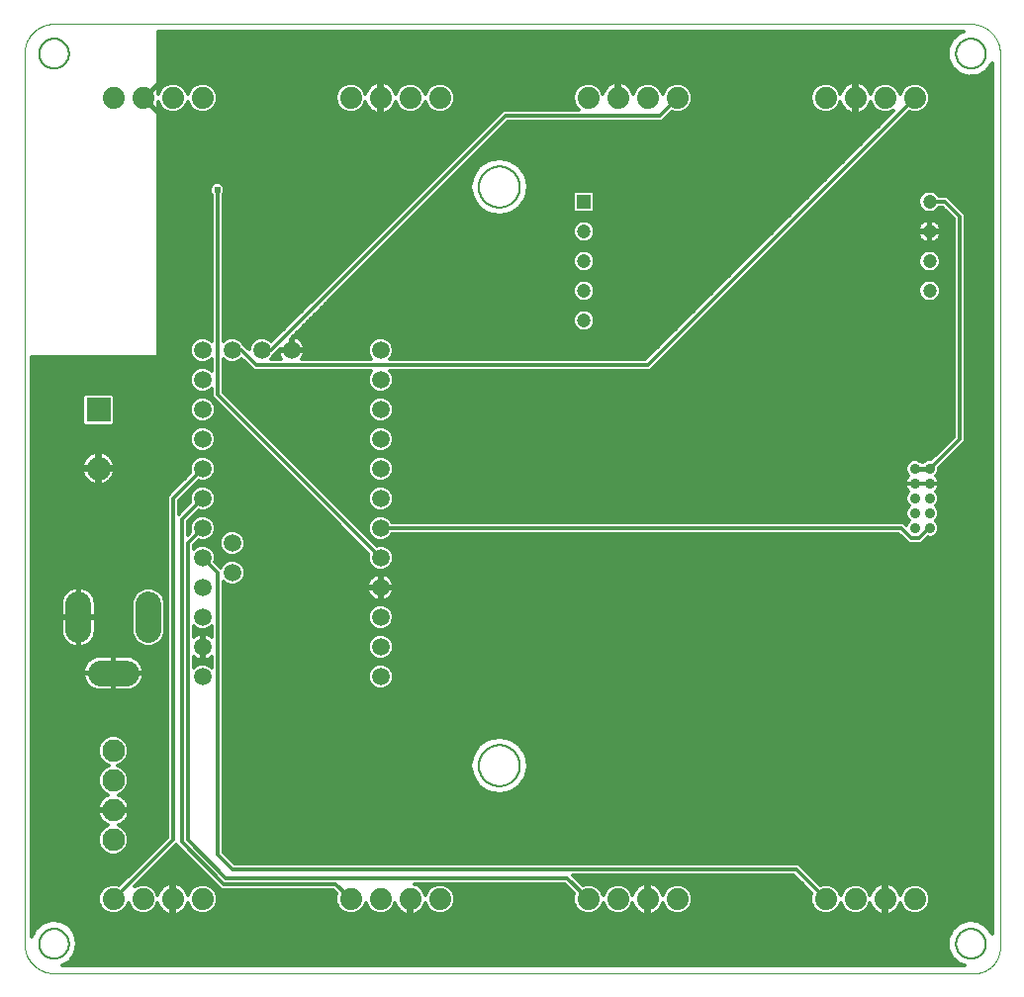
<source format=gbl>
G75*
%MOIN*%
%OFA0B0*%
%FSLAX25Y25*%
%IPPOS*%
%LPD*%
%AMOC8*
5,1,8,0,0,1.08239X$1,22.5*
%
%ADD10C,0.00000*%
%ADD11C,0.00600*%
%ADD12C,0.07400*%
%ADD13C,0.08600*%
%ADD14C,0.05906*%
%ADD15R,0.04724X0.04724*%
%ADD16C,0.04724*%
%ADD17R,0.08000X0.08000*%
%ADD18C,0.08000*%
%ADD19C,0.03562*%
%ADD20C,0.07600*%
%ADD21C,0.01200*%
%ADD22C,0.01600*%
%ADD23C,0.02400*%
D10*
X0013520Y0011600D02*
X0013520Y0311561D01*
X0013523Y0311803D01*
X0013532Y0312044D01*
X0013546Y0312285D01*
X0013567Y0312526D01*
X0013593Y0312766D01*
X0013625Y0313006D01*
X0013663Y0313245D01*
X0013706Y0313482D01*
X0013756Y0313719D01*
X0013811Y0313954D01*
X0013871Y0314188D01*
X0013938Y0314420D01*
X0014009Y0314651D01*
X0014087Y0314880D01*
X0014170Y0315107D01*
X0014258Y0315332D01*
X0014352Y0315555D01*
X0014451Y0315775D01*
X0014556Y0315993D01*
X0014665Y0316208D01*
X0014780Y0316421D01*
X0014900Y0316631D01*
X0015025Y0316837D01*
X0015155Y0317041D01*
X0015290Y0317242D01*
X0015430Y0317439D01*
X0015574Y0317633D01*
X0015723Y0317823D01*
X0015877Y0318009D01*
X0016035Y0318192D01*
X0016197Y0318371D01*
X0016364Y0318546D01*
X0016535Y0318717D01*
X0016710Y0318884D01*
X0016889Y0319046D01*
X0017072Y0319204D01*
X0017258Y0319358D01*
X0017448Y0319507D01*
X0017642Y0319651D01*
X0017839Y0319791D01*
X0018040Y0319926D01*
X0018244Y0320056D01*
X0018450Y0320181D01*
X0018660Y0320301D01*
X0018873Y0320416D01*
X0019088Y0320525D01*
X0019306Y0320630D01*
X0019526Y0320729D01*
X0019749Y0320823D01*
X0019974Y0320911D01*
X0020201Y0320994D01*
X0020430Y0321072D01*
X0020661Y0321143D01*
X0020893Y0321210D01*
X0021127Y0321270D01*
X0021362Y0321325D01*
X0021599Y0321375D01*
X0021836Y0321418D01*
X0022075Y0321456D01*
X0022315Y0321488D01*
X0022555Y0321514D01*
X0022796Y0321535D01*
X0023037Y0321549D01*
X0023278Y0321558D01*
X0023520Y0321561D01*
X0332260Y0321561D01*
X0332501Y0321558D01*
X0332741Y0321549D01*
X0332982Y0321535D01*
X0333221Y0321514D01*
X0333461Y0321488D01*
X0333699Y0321456D01*
X0333937Y0321419D01*
X0334174Y0321375D01*
X0334409Y0321326D01*
X0334644Y0321272D01*
X0334877Y0321211D01*
X0335108Y0321145D01*
X0335338Y0321073D01*
X0335566Y0320996D01*
X0335792Y0320914D01*
X0336016Y0320826D01*
X0336238Y0320732D01*
X0336458Y0320633D01*
X0336675Y0320529D01*
X0336889Y0320420D01*
X0337101Y0320306D01*
X0337310Y0320186D01*
X0337516Y0320062D01*
X0337719Y0319932D01*
X0337918Y0319798D01*
X0338115Y0319659D01*
X0338308Y0319515D01*
X0338497Y0319366D01*
X0338683Y0319213D01*
X0338865Y0319056D01*
X0339044Y0318894D01*
X0339218Y0318728D01*
X0339388Y0318558D01*
X0339554Y0318384D01*
X0339716Y0318205D01*
X0339873Y0318023D01*
X0340026Y0317837D01*
X0340175Y0317648D01*
X0340319Y0317455D01*
X0340458Y0317258D01*
X0340592Y0317059D01*
X0340722Y0316856D01*
X0340846Y0316650D01*
X0340966Y0316441D01*
X0341080Y0316229D01*
X0341189Y0316015D01*
X0341293Y0315798D01*
X0341392Y0315578D01*
X0341486Y0315356D01*
X0341574Y0315132D01*
X0341656Y0314906D01*
X0341733Y0314678D01*
X0341805Y0314448D01*
X0341871Y0314217D01*
X0341932Y0313984D01*
X0341986Y0313749D01*
X0342035Y0313514D01*
X0342079Y0313277D01*
X0342116Y0313039D01*
X0342148Y0312801D01*
X0342174Y0312561D01*
X0342195Y0312322D01*
X0342209Y0312081D01*
X0342218Y0311841D01*
X0342221Y0311600D01*
X0342220Y0311600D02*
X0342220Y0010301D01*
X0342221Y0010301D02*
X0342218Y0010091D01*
X0342211Y0009881D01*
X0342198Y0009671D01*
X0342180Y0009461D01*
X0342158Y0009252D01*
X0342130Y0009044D01*
X0342097Y0008836D01*
X0342059Y0008629D01*
X0342016Y0008423D01*
X0341968Y0008219D01*
X0341915Y0008015D01*
X0341858Y0007813D01*
X0341795Y0007612D01*
X0341728Y0007413D01*
X0341656Y0007216D01*
X0341579Y0007020D01*
X0341497Y0006826D01*
X0341411Y0006634D01*
X0341320Y0006445D01*
X0341224Y0006257D01*
X0341124Y0006072D01*
X0341020Y0005890D01*
X0340911Y0005710D01*
X0340798Y0005533D01*
X0340681Y0005358D01*
X0340559Y0005187D01*
X0340434Y0005018D01*
X0340304Y0004853D01*
X0340170Y0004690D01*
X0340033Y0004531D01*
X0339891Y0004375D01*
X0339746Y0004223D01*
X0339598Y0004075D01*
X0339446Y0003930D01*
X0339290Y0003788D01*
X0339131Y0003651D01*
X0338968Y0003517D01*
X0338803Y0003387D01*
X0338634Y0003262D01*
X0338463Y0003140D01*
X0338288Y0003023D01*
X0338111Y0002910D01*
X0337931Y0002801D01*
X0337749Y0002697D01*
X0337564Y0002597D01*
X0337376Y0002501D01*
X0337187Y0002410D01*
X0336995Y0002324D01*
X0336801Y0002242D01*
X0336605Y0002165D01*
X0336408Y0002093D01*
X0336209Y0002026D01*
X0336008Y0001963D01*
X0335806Y0001906D01*
X0335602Y0001853D01*
X0335398Y0001805D01*
X0335192Y0001762D01*
X0334985Y0001724D01*
X0334777Y0001691D01*
X0334569Y0001663D01*
X0334360Y0001641D01*
X0334150Y0001623D01*
X0333940Y0001610D01*
X0333730Y0001603D01*
X0333520Y0001600D01*
X0023520Y0001600D01*
X0023278Y0001603D01*
X0023037Y0001612D01*
X0022796Y0001626D01*
X0022555Y0001647D01*
X0022315Y0001673D01*
X0022075Y0001705D01*
X0021836Y0001743D01*
X0021599Y0001786D01*
X0021362Y0001836D01*
X0021127Y0001891D01*
X0020893Y0001951D01*
X0020661Y0002018D01*
X0020430Y0002089D01*
X0020201Y0002167D01*
X0019974Y0002250D01*
X0019749Y0002338D01*
X0019526Y0002432D01*
X0019306Y0002531D01*
X0019088Y0002636D01*
X0018873Y0002745D01*
X0018660Y0002860D01*
X0018450Y0002980D01*
X0018244Y0003105D01*
X0018040Y0003235D01*
X0017839Y0003370D01*
X0017642Y0003510D01*
X0017448Y0003654D01*
X0017258Y0003803D01*
X0017072Y0003957D01*
X0016889Y0004115D01*
X0016710Y0004277D01*
X0016535Y0004444D01*
X0016364Y0004615D01*
X0016197Y0004790D01*
X0016035Y0004969D01*
X0015877Y0005152D01*
X0015723Y0005338D01*
X0015574Y0005528D01*
X0015430Y0005722D01*
X0015290Y0005919D01*
X0015155Y0006120D01*
X0015025Y0006324D01*
X0014900Y0006530D01*
X0014780Y0006740D01*
X0014665Y0006953D01*
X0014556Y0007168D01*
X0014451Y0007386D01*
X0014352Y0007606D01*
X0014258Y0007829D01*
X0014170Y0008054D01*
X0014087Y0008281D01*
X0014009Y0008510D01*
X0013938Y0008741D01*
X0013871Y0008973D01*
X0013811Y0009207D01*
X0013756Y0009442D01*
X0013706Y0009679D01*
X0013663Y0009916D01*
X0013625Y0010155D01*
X0013593Y0010395D01*
X0013567Y0010635D01*
X0013546Y0010876D01*
X0013532Y0011117D01*
X0013523Y0011358D01*
X0013520Y0011600D01*
D11*
X0018520Y0011600D02*
X0018522Y0011741D01*
X0018528Y0011882D01*
X0018538Y0012022D01*
X0018552Y0012162D01*
X0018570Y0012302D01*
X0018591Y0012441D01*
X0018617Y0012580D01*
X0018646Y0012718D01*
X0018680Y0012854D01*
X0018717Y0012990D01*
X0018758Y0013125D01*
X0018803Y0013259D01*
X0018852Y0013391D01*
X0018904Y0013522D01*
X0018960Y0013651D01*
X0019020Y0013778D01*
X0019083Y0013904D01*
X0019149Y0014028D01*
X0019220Y0014151D01*
X0019293Y0014271D01*
X0019370Y0014389D01*
X0019450Y0014505D01*
X0019534Y0014618D01*
X0019620Y0014729D01*
X0019710Y0014838D01*
X0019803Y0014944D01*
X0019898Y0015047D01*
X0019997Y0015148D01*
X0020098Y0015246D01*
X0020202Y0015341D01*
X0020309Y0015433D01*
X0020418Y0015522D01*
X0020530Y0015607D01*
X0020644Y0015690D01*
X0020760Y0015770D01*
X0020879Y0015846D01*
X0021000Y0015918D01*
X0021122Y0015988D01*
X0021247Y0016053D01*
X0021373Y0016116D01*
X0021501Y0016174D01*
X0021631Y0016229D01*
X0021762Y0016281D01*
X0021895Y0016328D01*
X0022029Y0016372D01*
X0022164Y0016413D01*
X0022300Y0016449D01*
X0022437Y0016481D01*
X0022575Y0016510D01*
X0022713Y0016535D01*
X0022853Y0016555D01*
X0022993Y0016572D01*
X0023133Y0016585D01*
X0023274Y0016594D01*
X0023414Y0016599D01*
X0023555Y0016600D01*
X0023696Y0016597D01*
X0023837Y0016590D01*
X0023977Y0016579D01*
X0024117Y0016564D01*
X0024257Y0016545D01*
X0024396Y0016523D01*
X0024534Y0016496D01*
X0024672Y0016466D01*
X0024808Y0016431D01*
X0024944Y0016393D01*
X0025078Y0016351D01*
X0025212Y0016305D01*
X0025344Y0016256D01*
X0025474Y0016202D01*
X0025603Y0016145D01*
X0025730Y0016085D01*
X0025856Y0016021D01*
X0025979Y0015953D01*
X0026101Y0015882D01*
X0026221Y0015808D01*
X0026338Y0015730D01*
X0026453Y0015649D01*
X0026566Y0015565D01*
X0026677Y0015478D01*
X0026785Y0015387D01*
X0026890Y0015294D01*
X0026993Y0015197D01*
X0027093Y0015098D01*
X0027190Y0014996D01*
X0027284Y0014891D01*
X0027375Y0014784D01*
X0027463Y0014674D01*
X0027548Y0014562D01*
X0027630Y0014447D01*
X0027709Y0014330D01*
X0027784Y0014211D01*
X0027856Y0014090D01*
X0027924Y0013967D01*
X0027989Y0013842D01*
X0028051Y0013715D01*
X0028108Y0013586D01*
X0028163Y0013456D01*
X0028213Y0013325D01*
X0028260Y0013192D01*
X0028303Y0013058D01*
X0028342Y0012922D01*
X0028377Y0012786D01*
X0028409Y0012649D01*
X0028436Y0012511D01*
X0028460Y0012372D01*
X0028480Y0012232D01*
X0028496Y0012092D01*
X0028508Y0011952D01*
X0028516Y0011811D01*
X0028520Y0011670D01*
X0028520Y0011530D01*
X0028516Y0011389D01*
X0028508Y0011248D01*
X0028496Y0011108D01*
X0028480Y0010968D01*
X0028460Y0010828D01*
X0028436Y0010689D01*
X0028409Y0010551D01*
X0028377Y0010414D01*
X0028342Y0010278D01*
X0028303Y0010142D01*
X0028260Y0010008D01*
X0028213Y0009875D01*
X0028163Y0009744D01*
X0028108Y0009614D01*
X0028051Y0009485D01*
X0027989Y0009358D01*
X0027924Y0009233D01*
X0027856Y0009110D01*
X0027784Y0008989D01*
X0027709Y0008870D01*
X0027630Y0008753D01*
X0027548Y0008638D01*
X0027463Y0008526D01*
X0027375Y0008416D01*
X0027284Y0008309D01*
X0027190Y0008204D01*
X0027093Y0008102D01*
X0026993Y0008003D01*
X0026890Y0007906D01*
X0026785Y0007813D01*
X0026677Y0007722D01*
X0026566Y0007635D01*
X0026453Y0007551D01*
X0026338Y0007470D01*
X0026221Y0007392D01*
X0026101Y0007318D01*
X0025979Y0007247D01*
X0025856Y0007179D01*
X0025730Y0007115D01*
X0025603Y0007055D01*
X0025474Y0006998D01*
X0025344Y0006944D01*
X0025212Y0006895D01*
X0025078Y0006849D01*
X0024944Y0006807D01*
X0024808Y0006769D01*
X0024672Y0006734D01*
X0024534Y0006704D01*
X0024396Y0006677D01*
X0024257Y0006655D01*
X0024117Y0006636D01*
X0023977Y0006621D01*
X0023837Y0006610D01*
X0023696Y0006603D01*
X0023555Y0006600D01*
X0023414Y0006601D01*
X0023274Y0006606D01*
X0023133Y0006615D01*
X0022993Y0006628D01*
X0022853Y0006645D01*
X0022713Y0006665D01*
X0022575Y0006690D01*
X0022437Y0006719D01*
X0022300Y0006751D01*
X0022164Y0006787D01*
X0022029Y0006828D01*
X0021895Y0006872D01*
X0021762Y0006919D01*
X0021631Y0006971D01*
X0021501Y0007026D01*
X0021373Y0007084D01*
X0021247Y0007147D01*
X0021122Y0007212D01*
X0021000Y0007282D01*
X0020879Y0007354D01*
X0020760Y0007430D01*
X0020644Y0007510D01*
X0020530Y0007593D01*
X0020418Y0007678D01*
X0020309Y0007767D01*
X0020202Y0007859D01*
X0020098Y0007954D01*
X0019997Y0008052D01*
X0019898Y0008153D01*
X0019803Y0008256D01*
X0019710Y0008362D01*
X0019620Y0008471D01*
X0019534Y0008582D01*
X0019450Y0008695D01*
X0019370Y0008811D01*
X0019293Y0008929D01*
X0019220Y0009049D01*
X0019149Y0009172D01*
X0019083Y0009296D01*
X0019020Y0009422D01*
X0018960Y0009549D01*
X0018904Y0009678D01*
X0018852Y0009809D01*
X0018803Y0009941D01*
X0018758Y0010075D01*
X0018717Y0010210D01*
X0018680Y0010346D01*
X0018646Y0010482D01*
X0018617Y0010620D01*
X0018591Y0010759D01*
X0018570Y0010898D01*
X0018552Y0011038D01*
X0018538Y0011178D01*
X0018528Y0011318D01*
X0018522Y0011459D01*
X0018520Y0011600D01*
X0166630Y0071600D02*
X0166632Y0071769D01*
X0166638Y0071938D01*
X0166649Y0072107D01*
X0166663Y0072275D01*
X0166682Y0072443D01*
X0166705Y0072611D01*
X0166731Y0072778D01*
X0166762Y0072944D01*
X0166797Y0073110D01*
X0166836Y0073274D01*
X0166880Y0073438D01*
X0166927Y0073600D01*
X0166978Y0073761D01*
X0167033Y0073921D01*
X0167092Y0074080D01*
X0167154Y0074237D01*
X0167221Y0074392D01*
X0167292Y0074546D01*
X0167366Y0074698D01*
X0167444Y0074848D01*
X0167525Y0074996D01*
X0167610Y0075142D01*
X0167699Y0075286D01*
X0167791Y0075428D01*
X0167887Y0075567D01*
X0167986Y0075704D01*
X0168088Y0075839D01*
X0168194Y0075971D01*
X0168303Y0076100D01*
X0168415Y0076227D01*
X0168530Y0076351D01*
X0168648Y0076472D01*
X0168769Y0076590D01*
X0168893Y0076705D01*
X0169020Y0076817D01*
X0169149Y0076926D01*
X0169281Y0077032D01*
X0169416Y0077134D01*
X0169553Y0077233D01*
X0169692Y0077329D01*
X0169834Y0077421D01*
X0169978Y0077510D01*
X0170124Y0077595D01*
X0170272Y0077676D01*
X0170422Y0077754D01*
X0170574Y0077828D01*
X0170728Y0077899D01*
X0170883Y0077966D01*
X0171040Y0078028D01*
X0171199Y0078087D01*
X0171359Y0078142D01*
X0171520Y0078193D01*
X0171682Y0078240D01*
X0171846Y0078284D01*
X0172010Y0078323D01*
X0172176Y0078358D01*
X0172342Y0078389D01*
X0172509Y0078415D01*
X0172677Y0078438D01*
X0172845Y0078457D01*
X0173013Y0078471D01*
X0173182Y0078482D01*
X0173351Y0078488D01*
X0173520Y0078490D01*
X0173689Y0078488D01*
X0173858Y0078482D01*
X0174027Y0078471D01*
X0174195Y0078457D01*
X0174363Y0078438D01*
X0174531Y0078415D01*
X0174698Y0078389D01*
X0174864Y0078358D01*
X0175030Y0078323D01*
X0175194Y0078284D01*
X0175358Y0078240D01*
X0175520Y0078193D01*
X0175681Y0078142D01*
X0175841Y0078087D01*
X0176000Y0078028D01*
X0176157Y0077966D01*
X0176312Y0077899D01*
X0176466Y0077828D01*
X0176618Y0077754D01*
X0176768Y0077676D01*
X0176916Y0077595D01*
X0177062Y0077510D01*
X0177206Y0077421D01*
X0177348Y0077329D01*
X0177487Y0077233D01*
X0177624Y0077134D01*
X0177759Y0077032D01*
X0177891Y0076926D01*
X0178020Y0076817D01*
X0178147Y0076705D01*
X0178271Y0076590D01*
X0178392Y0076472D01*
X0178510Y0076351D01*
X0178625Y0076227D01*
X0178737Y0076100D01*
X0178846Y0075971D01*
X0178952Y0075839D01*
X0179054Y0075704D01*
X0179153Y0075567D01*
X0179249Y0075428D01*
X0179341Y0075286D01*
X0179430Y0075142D01*
X0179515Y0074996D01*
X0179596Y0074848D01*
X0179674Y0074698D01*
X0179748Y0074546D01*
X0179819Y0074392D01*
X0179886Y0074237D01*
X0179948Y0074080D01*
X0180007Y0073921D01*
X0180062Y0073761D01*
X0180113Y0073600D01*
X0180160Y0073438D01*
X0180204Y0073274D01*
X0180243Y0073110D01*
X0180278Y0072944D01*
X0180309Y0072778D01*
X0180335Y0072611D01*
X0180358Y0072443D01*
X0180377Y0072275D01*
X0180391Y0072107D01*
X0180402Y0071938D01*
X0180408Y0071769D01*
X0180410Y0071600D01*
X0180408Y0071431D01*
X0180402Y0071262D01*
X0180391Y0071093D01*
X0180377Y0070925D01*
X0180358Y0070757D01*
X0180335Y0070589D01*
X0180309Y0070422D01*
X0180278Y0070256D01*
X0180243Y0070090D01*
X0180204Y0069926D01*
X0180160Y0069762D01*
X0180113Y0069600D01*
X0180062Y0069439D01*
X0180007Y0069279D01*
X0179948Y0069120D01*
X0179886Y0068963D01*
X0179819Y0068808D01*
X0179748Y0068654D01*
X0179674Y0068502D01*
X0179596Y0068352D01*
X0179515Y0068204D01*
X0179430Y0068058D01*
X0179341Y0067914D01*
X0179249Y0067772D01*
X0179153Y0067633D01*
X0179054Y0067496D01*
X0178952Y0067361D01*
X0178846Y0067229D01*
X0178737Y0067100D01*
X0178625Y0066973D01*
X0178510Y0066849D01*
X0178392Y0066728D01*
X0178271Y0066610D01*
X0178147Y0066495D01*
X0178020Y0066383D01*
X0177891Y0066274D01*
X0177759Y0066168D01*
X0177624Y0066066D01*
X0177487Y0065967D01*
X0177348Y0065871D01*
X0177206Y0065779D01*
X0177062Y0065690D01*
X0176916Y0065605D01*
X0176768Y0065524D01*
X0176618Y0065446D01*
X0176466Y0065372D01*
X0176312Y0065301D01*
X0176157Y0065234D01*
X0176000Y0065172D01*
X0175841Y0065113D01*
X0175681Y0065058D01*
X0175520Y0065007D01*
X0175358Y0064960D01*
X0175194Y0064916D01*
X0175030Y0064877D01*
X0174864Y0064842D01*
X0174698Y0064811D01*
X0174531Y0064785D01*
X0174363Y0064762D01*
X0174195Y0064743D01*
X0174027Y0064729D01*
X0173858Y0064718D01*
X0173689Y0064712D01*
X0173520Y0064710D01*
X0173351Y0064712D01*
X0173182Y0064718D01*
X0173013Y0064729D01*
X0172845Y0064743D01*
X0172677Y0064762D01*
X0172509Y0064785D01*
X0172342Y0064811D01*
X0172176Y0064842D01*
X0172010Y0064877D01*
X0171846Y0064916D01*
X0171682Y0064960D01*
X0171520Y0065007D01*
X0171359Y0065058D01*
X0171199Y0065113D01*
X0171040Y0065172D01*
X0170883Y0065234D01*
X0170728Y0065301D01*
X0170574Y0065372D01*
X0170422Y0065446D01*
X0170272Y0065524D01*
X0170124Y0065605D01*
X0169978Y0065690D01*
X0169834Y0065779D01*
X0169692Y0065871D01*
X0169553Y0065967D01*
X0169416Y0066066D01*
X0169281Y0066168D01*
X0169149Y0066274D01*
X0169020Y0066383D01*
X0168893Y0066495D01*
X0168769Y0066610D01*
X0168648Y0066728D01*
X0168530Y0066849D01*
X0168415Y0066973D01*
X0168303Y0067100D01*
X0168194Y0067229D01*
X0168088Y0067361D01*
X0167986Y0067496D01*
X0167887Y0067633D01*
X0167791Y0067772D01*
X0167699Y0067914D01*
X0167610Y0068058D01*
X0167525Y0068204D01*
X0167444Y0068352D01*
X0167366Y0068502D01*
X0167292Y0068654D01*
X0167221Y0068808D01*
X0167154Y0068963D01*
X0167092Y0069120D01*
X0167033Y0069279D01*
X0166978Y0069439D01*
X0166927Y0069600D01*
X0166880Y0069762D01*
X0166836Y0069926D01*
X0166797Y0070090D01*
X0166762Y0070256D01*
X0166731Y0070422D01*
X0166705Y0070589D01*
X0166682Y0070757D01*
X0166663Y0070925D01*
X0166649Y0071093D01*
X0166638Y0071262D01*
X0166632Y0071431D01*
X0166630Y0071600D01*
X0327417Y0011600D02*
X0327419Y0011741D01*
X0327425Y0011882D01*
X0327435Y0012022D01*
X0327449Y0012162D01*
X0327467Y0012302D01*
X0327488Y0012441D01*
X0327514Y0012580D01*
X0327543Y0012718D01*
X0327577Y0012854D01*
X0327614Y0012990D01*
X0327655Y0013125D01*
X0327700Y0013259D01*
X0327749Y0013391D01*
X0327801Y0013522D01*
X0327857Y0013651D01*
X0327917Y0013778D01*
X0327980Y0013904D01*
X0328046Y0014028D01*
X0328117Y0014151D01*
X0328190Y0014271D01*
X0328267Y0014389D01*
X0328347Y0014505D01*
X0328431Y0014618D01*
X0328517Y0014729D01*
X0328607Y0014838D01*
X0328700Y0014944D01*
X0328795Y0015047D01*
X0328894Y0015148D01*
X0328995Y0015246D01*
X0329099Y0015341D01*
X0329206Y0015433D01*
X0329315Y0015522D01*
X0329427Y0015607D01*
X0329541Y0015690D01*
X0329657Y0015770D01*
X0329776Y0015846D01*
X0329897Y0015918D01*
X0330019Y0015988D01*
X0330144Y0016053D01*
X0330270Y0016116D01*
X0330398Y0016174D01*
X0330528Y0016229D01*
X0330659Y0016281D01*
X0330792Y0016328D01*
X0330926Y0016372D01*
X0331061Y0016413D01*
X0331197Y0016449D01*
X0331334Y0016481D01*
X0331472Y0016510D01*
X0331610Y0016535D01*
X0331750Y0016555D01*
X0331890Y0016572D01*
X0332030Y0016585D01*
X0332171Y0016594D01*
X0332311Y0016599D01*
X0332452Y0016600D01*
X0332593Y0016597D01*
X0332734Y0016590D01*
X0332874Y0016579D01*
X0333014Y0016564D01*
X0333154Y0016545D01*
X0333293Y0016523D01*
X0333431Y0016496D01*
X0333569Y0016466D01*
X0333705Y0016431D01*
X0333841Y0016393D01*
X0333975Y0016351D01*
X0334109Y0016305D01*
X0334241Y0016256D01*
X0334371Y0016202D01*
X0334500Y0016145D01*
X0334627Y0016085D01*
X0334753Y0016021D01*
X0334876Y0015953D01*
X0334998Y0015882D01*
X0335118Y0015808D01*
X0335235Y0015730D01*
X0335350Y0015649D01*
X0335463Y0015565D01*
X0335574Y0015478D01*
X0335682Y0015387D01*
X0335787Y0015294D01*
X0335890Y0015197D01*
X0335990Y0015098D01*
X0336087Y0014996D01*
X0336181Y0014891D01*
X0336272Y0014784D01*
X0336360Y0014674D01*
X0336445Y0014562D01*
X0336527Y0014447D01*
X0336606Y0014330D01*
X0336681Y0014211D01*
X0336753Y0014090D01*
X0336821Y0013967D01*
X0336886Y0013842D01*
X0336948Y0013715D01*
X0337005Y0013586D01*
X0337060Y0013456D01*
X0337110Y0013325D01*
X0337157Y0013192D01*
X0337200Y0013058D01*
X0337239Y0012922D01*
X0337274Y0012786D01*
X0337306Y0012649D01*
X0337333Y0012511D01*
X0337357Y0012372D01*
X0337377Y0012232D01*
X0337393Y0012092D01*
X0337405Y0011952D01*
X0337413Y0011811D01*
X0337417Y0011670D01*
X0337417Y0011530D01*
X0337413Y0011389D01*
X0337405Y0011248D01*
X0337393Y0011108D01*
X0337377Y0010968D01*
X0337357Y0010828D01*
X0337333Y0010689D01*
X0337306Y0010551D01*
X0337274Y0010414D01*
X0337239Y0010278D01*
X0337200Y0010142D01*
X0337157Y0010008D01*
X0337110Y0009875D01*
X0337060Y0009744D01*
X0337005Y0009614D01*
X0336948Y0009485D01*
X0336886Y0009358D01*
X0336821Y0009233D01*
X0336753Y0009110D01*
X0336681Y0008989D01*
X0336606Y0008870D01*
X0336527Y0008753D01*
X0336445Y0008638D01*
X0336360Y0008526D01*
X0336272Y0008416D01*
X0336181Y0008309D01*
X0336087Y0008204D01*
X0335990Y0008102D01*
X0335890Y0008003D01*
X0335787Y0007906D01*
X0335682Y0007813D01*
X0335574Y0007722D01*
X0335463Y0007635D01*
X0335350Y0007551D01*
X0335235Y0007470D01*
X0335118Y0007392D01*
X0334998Y0007318D01*
X0334876Y0007247D01*
X0334753Y0007179D01*
X0334627Y0007115D01*
X0334500Y0007055D01*
X0334371Y0006998D01*
X0334241Y0006944D01*
X0334109Y0006895D01*
X0333975Y0006849D01*
X0333841Y0006807D01*
X0333705Y0006769D01*
X0333569Y0006734D01*
X0333431Y0006704D01*
X0333293Y0006677D01*
X0333154Y0006655D01*
X0333014Y0006636D01*
X0332874Y0006621D01*
X0332734Y0006610D01*
X0332593Y0006603D01*
X0332452Y0006600D01*
X0332311Y0006601D01*
X0332171Y0006606D01*
X0332030Y0006615D01*
X0331890Y0006628D01*
X0331750Y0006645D01*
X0331610Y0006665D01*
X0331472Y0006690D01*
X0331334Y0006719D01*
X0331197Y0006751D01*
X0331061Y0006787D01*
X0330926Y0006828D01*
X0330792Y0006872D01*
X0330659Y0006919D01*
X0330528Y0006971D01*
X0330398Y0007026D01*
X0330270Y0007084D01*
X0330144Y0007147D01*
X0330019Y0007212D01*
X0329897Y0007282D01*
X0329776Y0007354D01*
X0329657Y0007430D01*
X0329541Y0007510D01*
X0329427Y0007593D01*
X0329315Y0007678D01*
X0329206Y0007767D01*
X0329099Y0007859D01*
X0328995Y0007954D01*
X0328894Y0008052D01*
X0328795Y0008153D01*
X0328700Y0008256D01*
X0328607Y0008362D01*
X0328517Y0008471D01*
X0328431Y0008582D01*
X0328347Y0008695D01*
X0328267Y0008811D01*
X0328190Y0008929D01*
X0328117Y0009049D01*
X0328046Y0009172D01*
X0327980Y0009296D01*
X0327917Y0009422D01*
X0327857Y0009549D01*
X0327801Y0009678D01*
X0327749Y0009809D01*
X0327700Y0009941D01*
X0327655Y0010075D01*
X0327614Y0010210D01*
X0327577Y0010346D01*
X0327543Y0010482D01*
X0327514Y0010620D01*
X0327488Y0010759D01*
X0327467Y0010898D01*
X0327449Y0011038D01*
X0327435Y0011178D01*
X0327425Y0011318D01*
X0327419Y0011459D01*
X0327417Y0011600D01*
X0166630Y0266600D02*
X0166632Y0266769D01*
X0166638Y0266938D01*
X0166649Y0267107D01*
X0166663Y0267275D01*
X0166682Y0267443D01*
X0166705Y0267611D01*
X0166731Y0267778D01*
X0166762Y0267944D01*
X0166797Y0268110D01*
X0166836Y0268274D01*
X0166880Y0268438D01*
X0166927Y0268600D01*
X0166978Y0268761D01*
X0167033Y0268921D01*
X0167092Y0269080D01*
X0167154Y0269237D01*
X0167221Y0269392D01*
X0167292Y0269546D01*
X0167366Y0269698D01*
X0167444Y0269848D01*
X0167525Y0269996D01*
X0167610Y0270142D01*
X0167699Y0270286D01*
X0167791Y0270428D01*
X0167887Y0270567D01*
X0167986Y0270704D01*
X0168088Y0270839D01*
X0168194Y0270971D01*
X0168303Y0271100D01*
X0168415Y0271227D01*
X0168530Y0271351D01*
X0168648Y0271472D01*
X0168769Y0271590D01*
X0168893Y0271705D01*
X0169020Y0271817D01*
X0169149Y0271926D01*
X0169281Y0272032D01*
X0169416Y0272134D01*
X0169553Y0272233D01*
X0169692Y0272329D01*
X0169834Y0272421D01*
X0169978Y0272510D01*
X0170124Y0272595D01*
X0170272Y0272676D01*
X0170422Y0272754D01*
X0170574Y0272828D01*
X0170728Y0272899D01*
X0170883Y0272966D01*
X0171040Y0273028D01*
X0171199Y0273087D01*
X0171359Y0273142D01*
X0171520Y0273193D01*
X0171682Y0273240D01*
X0171846Y0273284D01*
X0172010Y0273323D01*
X0172176Y0273358D01*
X0172342Y0273389D01*
X0172509Y0273415D01*
X0172677Y0273438D01*
X0172845Y0273457D01*
X0173013Y0273471D01*
X0173182Y0273482D01*
X0173351Y0273488D01*
X0173520Y0273490D01*
X0173689Y0273488D01*
X0173858Y0273482D01*
X0174027Y0273471D01*
X0174195Y0273457D01*
X0174363Y0273438D01*
X0174531Y0273415D01*
X0174698Y0273389D01*
X0174864Y0273358D01*
X0175030Y0273323D01*
X0175194Y0273284D01*
X0175358Y0273240D01*
X0175520Y0273193D01*
X0175681Y0273142D01*
X0175841Y0273087D01*
X0176000Y0273028D01*
X0176157Y0272966D01*
X0176312Y0272899D01*
X0176466Y0272828D01*
X0176618Y0272754D01*
X0176768Y0272676D01*
X0176916Y0272595D01*
X0177062Y0272510D01*
X0177206Y0272421D01*
X0177348Y0272329D01*
X0177487Y0272233D01*
X0177624Y0272134D01*
X0177759Y0272032D01*
X0177891Y0271926D01*
X0178020Y0271817D01*
X0178147Y0271705D01*
X0178271Y0271590D01*
X0178392Y0271472D01*
X0178510Y0271351D01*
X0178625Y0271227D01*
X0178737Y0271100D01*
X0178846Y0270971D01*
X0178952Y0270839D01*
X0179054Y0270704D01*
X0179153Y0270567D01*
X0179249Y0270428D01*
X0179341Y0270286D01*
X0179430Y0270142D01*
X0179515Y0269996D01*
X0179596Y0269848D01*
X0179674Y0269698D01*
X0179748Y0269546D01*
X0179819Y0269392D01*
X0179886Y0269237D01*
X0179948Y0269080D01*
X0180007Y0268921D01*
X0180062Y0268761D01*
X0180113Y0268600D01*
X0180160Y0268438D01*
X0180204Y0268274D01*
X0180243Y0268110D01*
X0180278Y0267944D01*
X0180309Y0267778D01*
X0180335Y0267611D01*
X0180358Y0267443D01*
X0180377Y0267275D01*
X0180391Y0267107D01*
X0180402Y0266938D01*
X0180408Y0266769D01*
X0180410Y0266600D01*
X0180408Y0266431D01*
X0180402Y0266262D01*
X0180391Y0266093D01*
X0180377Y0265925D01*
X0180358Y0265757D01*
X0180335Y0265589D01*
X0180309Y0265422D01*
X0180278Y0265256D01*
X0180243Y0265090D01*
X0180204Y0264926D01*
X0180160Y0264762D01*
X0180113Y0264600D01*
X0180062Y0264439D01*
X0180007Y0264279D01*
X0179948Y0264120D01*
X0179886Y0263963D01*
X0179819Y0263808D01*
X0179748Y0263654D01*
X0179674Y0263502D01*
X0179596Y0263352D01*
X0179515Y0263204D01*
X0179430Y0263058D01*
X0179341Y0262914D01*
X0179249Y0262772D01*
X0179153Y0262633D01*
X0179054Y0262496D01*
X0178952Y0262361D01*
X0178846Y0262229D01*
X0178737Y0262100D01*
X0178625Y0261973D01*
X0178510Y0261849D01*
X0178392Y0261728D01*
X0178271Y0261610D01*
X0178147Y0261495D01*
X0178020Y0261383D01*
X0177891Y0261274D01*
X0177759Y0261168D01*
X0177624Y0261066D01*
X0177487Y0260967D01*
X0177348Y0260871D01*
X0177206Y0260779D01*
X0177062Y0260690D01*
X0176916Y0260605D01*
X0176768Y0260524D01*
X0176618Y0260446D01*
X0176466Y0260372D01*
X0176312Y0260301D01*
X0176157Y0260234D01*
X0176000Y0260172D01*
X0175841Y0260113D01*
X0175681Y0260058D01*
X0175520Y0260007D01*
X0175358Y0259960D01*
X0175194Y0259916D01*
X0175030Y0259877D01*
X0174864Y0259842D01*
X0174698Y0259811D01*
X0174531Y0259785D01*
X0174363Y0259762D01*
X0174195Y0259743D01*
X0174027Y0259729D01*
X0173858Y0259718D01*
X0173689Y0259712D01*
X0173520Y0259710D01*
X0173351Y0259712D01*
X0173182Y0259718D01*
X0173013Y0259729D01*
X0172845Y0259743D01*
X0172677Y0259762D01*
X0172509Y0259785D01*
X0172342Y0259811D01*
X0172176Y0259842D01*
X0172010Y0259877D01*
X0171846Y0259916D01*
X0171682Y0259960D01*
X0171520Y0260007D01*
X0171359Y0260058D01*
X0171199Y0260113D01*
X0171040Y0260172D01*
X0170883Y0260234D01*
X0170728Y0260301D01*
X0170574Y0260372D01*
X0170422Y0260446D01*
X0170272Y0260524D01*
X0170124Y0260605D01*
X0169978Y0260690D01*
X0169834Y0260779D01*
X0169692Y0260871D01*
X0169553Y0260967D01*
X0169416Y0261066D01*
X0169281Y0261168D01*
X0169149Y0261274D01*
X0169020Y0261383D01*
X0168893Y0261495D01*
X0168769Y0261610D01*
X0168648Y0261728D01*
X0168530Y0261849D01*
X0168415Y0261973D01*
X0168303Y0262100D01*
X0168194Y0262229D01*
X0168088Y0262361D01*
X0167986Y0262496D01*
X0167887Y0262633D01*
X0167791Y0262772D01*
X0167699Y0262914D01*
X0167610Y0263058D01*
X0167525Y0263204D01*
X0167444Y0263352D01*
X0167366Y0263502D01*
X0167292Y0263654D01*
X0167221Y0263808D01*
X0167154Y0263963D01*
X0167092Y0264120D01*
X0167033Y0264279D01*
X0166978Y0264439D01*
X0166927Y0264600D01*
X0166880Y0264762D01*
X0166836Y0264926D01*
X0166797Y0265090D01*
X0166762Y0265256D01*
X0166731Y0265422D01*
X0166705Y0265589D01*
X0166682Y0265757D01*
X0166663Y0265925D01*
X0166649Y0266093D01*
X0166638Y0266262D01*
X0166632Y0266431D01*
X0166630Y0266600D01*
X0018520Y0311600D02*
X0018522Y0311741D01*
X0018528Y0311882D01*
X0018538Y0312022D01*
X0018552Y0312162D01*
X0018570Y0312302D01*
X0018591Y0312441D01*
X0018617Y0312580D01*
X0018646Y0312718D01*
X0018680Y0312854D01*
X0018717Y0312990D01*
X0018758Y0313125D01*
X0018803Y0313259D01*
X0018852Y0313391D01*
X0018904Y0313522D01*
X0018960Y0313651D01*
X0019020Y0313778D01*
X0019083Y0313904D01*
X0019149Y0314028D01*
X0019220Y0314151D01*
X0019293Y0314271D01*
X0019370Y0314389D01*
X0019450Y0314505D01*
X0019534Y0314618D01*
X0019620Y0314729D01*
X0019710Y0314838D01*
X0019803Y0314944D01*
X0019898Y0315047D01*
X0019997Y0315148D01*
X0020098Y0315246D01*
X0020202Y0315341D01*
X0020309Y0315433D01*
X0020418Y0315522D01*
X0020530Y0315607D01*
X0020644Y0315690D01*
X0020760Y0315770D01*
X0020879Y0315846D01*
X0021000Y0315918D01*
X0021122Y0315988D01*
X0021247Y0316053D01*
X0021373Y0316116D01*
X0021501Y0316174D01*
X0021631Y0316229D01*
X0021762Y0316281D01*
X0021895Y0316328D01*
X0022029Y0316372D01*
X0022164Y0316413D01*
X0022300Y0316449D01*
X0022437Y0316481D01*
X0022575Y0316510D01*
X0022713Y0316535D01*
X0022853Y0316555D01*
X0022993Y0316572D01*
X0023133Y0316585D01*
X0023274Y0316594D01*
X0023414Y0316599D01*
X0023555Y0316600D01*
X0023696Y0316597D01*
X0023837Y0316590D01*
X0023977Y0316579D01*
X0024117Y0316564D01*
X0024257Y0316545D01*
X0024396Y0316523D01*
X0024534Y0316496D01*
X0024672Y0316466D01*
X0024808Y0316431D01*
X0024944Y0316393D01*
X0025078Y0316351D01*
X0025212Y0316305D01*
X0025344Y0316256D01*
X0025474Y0316202D01*
X0025603Y0316145D01*
X0025730Y0316085D01*
X0025856Y0316021D01*
X0025979Y0315953D01*
X0026101Y0315882D01*
X0026221Y0315808D01*
X0026338Y0315730D01*
X0026453Y0315649D01*
X0026566Y0315565D01*
X0026677Y0315478D01*
X0026785Y0315387D01*
X0026890Y0315294D01*
X0026993Y0315197D01*
X0027093Y0315098D01*
X0027190Y0314996D01*
X0027284Y0314891D01*
X0027375Y0314784D01*
X0027463Y0314674D01*
X0027548Y0314562D01*
X0027630Y0314447D01*
X0027709Y0314330D01*
X0027784Y0314211D01*
X0027856Y0314090D01*
X0027924Y0313967D01*
X0027989Y0313842D01*
X0028051Y0313715D01*
X0028108Y0313586D01*
X0028163Y0313456D01*
X0028213Y0313325D01*
X0028260Y0313192D01*
X0028303Y0313058D01*
X0028342Y0312922D01*
X0028377Y0312786D01*
X0028409Y0312649D01*
X0028436Y0312511D01*
X0028460Y0312372D01*
X0028480Y0312232D01*
X0028496Y0312092D01*
X0028508Y0311952D01*
X0028516Y0311811D01*
X0028520Y0311670D01*
X0028520Y0311530D01*
X0028516Y0311389D01*
X0028508Y0311248D01*
X0028496Y0311108D01*
X0028480Y0310968D01*
X0028460Y0310828D01*
X0028436Y0310689D01*
X0028409Y0310551D01*
X0028377Y0310414D01*
X0028342Y0310278D01*
X0028303Y0310142D01*
X0028260Y0310008D01*
X0028213Y0309875D01*
X0028163Y0309744D01*
X0028108Y0309614D01*
X0028051Y0309485D01*
X0027989Y0309358D01*
X0027924Y0309233D01*
X0027856Y0309110D01*
X0027784Y0308989D01*
X0027709Y0308870D01*
X0027630Y0308753D01*
X0027548Y0308638D01*
X0027463Y0308526D01*
X0027375Y0308416D01*
X0027284Y0308309D01*
X0027190Y0308204D01*
X0027093Y0308102D01*
X0026993Y0308003D01*
X0026890Y0307906D01*
X0026785Y0307813D01*
X0026677Y0307722D01*
X0026566Y0307635D01*
X0026453Y0307551D01*
X0026338Y0307470D01*
X0026221Y0307392D01*
X0026101Y0307318D01*
X0025979Y0307247D01*
X0025856Y0307179D01*
X0025730Y0307115D01*
X0025603Y0307055D01*
X0025474Y0306998D01*
X0025344Y0306944D01*
X0025212Y0306895D01*
X0025078Y0306849D01*
X0024944Y0306807D01*
X0024808Y0306769D01*
X0024672Y0306734D01*
X0024534Y0306704D01*
X0024396Y0306677D01*
X0024257Y0306655D01*
X0024117Y0306636D01*
X0023977Y0306621D01*
X0023837Y0306610D01*
X0023696Y0306603D01*
X0023555Y0306600D01*
X0023414Y0306601D01*
X0023274Y0306606D01*
X0023133Y0306615D01*
X0022993Y0306628D01*
X0022853Y0306645D01*
X0022713Y0306665D01*
X0022575Y0306690D01*
X0022437Y0306719D01*
X0022300Y0306751D01*
X0022164Y0306787D01*
X0022029Y0306828D01*
X0021895Y0306872D01*
X0021762Y0306919D01*
X0021631Y0306971D01*
X0021501Y0307026D01*
X0021373Y0307084D01*
X0021247Y0307147D01*
X0021122Y0307212D01*
X0021000Y0307282D01*
X0020879Y0307354D01*
X0020760Y0307430D01*
X0020644Y0307510D01*
X0020530Y0307593D01*
X0020418Y0307678D01*
X0020309Y0307767D01*
X0020202Y0307859D01*
X0020098Y0307954D01*
X0019997Y0308052D01*
X0019898Y0308153D01*
X0019803Y0308256D01*
X0019710Y0308362D01*
X0019620Y0308471D01*
X0019534Y0308582D01*
X0019450Y0308695D01*
X0019370Y0308811D01*
X0019293Y0308929D01*
X0019220Y0309049D01*
X0019149Y0309172D01*
X0019083Y0309296D01*
X0019020Y0309422D01*
X0018960Y0309549D01*
X0018904Y0309678D01*
X0018852Y0309809D01*
X0018803Y0309941D01*
X0018758Y0310075D01*
X0018717Y0310210D01*
X0018680Y0310346D01*
X0018646Y0310482D01*
X0018617Y0310620D01*
X0018591Y0310759D01*
X0018570Y0310898D01*
X0018552Y0311038D01*
X0018538Y0311178D01*
X0018528Y0311318D01*
X0018522Y0311459D01*
X0018520Y0311600D01*
X0327417Y0311600D02*
X0327419Y0311741D01*
X0327425Y0311882D01*
X0327435Y0312022D01*
X0327449Y0312162D01*
X0327467Y0312302D01*
X0327488Y0312441D01*
X0327514Y0312580D01*
X0327543Y0312718D01*
X0327577Y0312854D01*
X0327614Y0312990D01*
X0327655Y0313125D01*
X0327700Y0313259D01*
X0327749Y0313391D01*
X0327801Y0313522D01*
X0327857Y0313651D01*
X0327917Y0313778D01*
X0327980Y0313904D01*
X0328046Y0314028D01*
X0328117Y0314151D01*
X0328190Y0314271D01*
X0328267Y0314389D01*
X0328347Y0314505D01*
X0328431Y0314618D01*
X0328517Y0314729D01*
X0328607Y0314838D01*
X0328700Y0314944D01*
X0328795Y0315047D01*
X0328894Y0315148D01*
X0328995Y0315246D01*
X0329099Y0315341D01*
X0329206Y0315433D01*
X0329315Y0315522D01*
X0329427Y0315607D01*
X0329541Y0315690D01*
X0329657Y0315770D01*
X0329776Y0315846D01*
X0329897Y0315918D01*
X0330019Y0315988D01*
X0330144Y0316053D01*
X0330270Y0316116D01*
X0330398Y0316174D01*
X0330528Y0316229D01*
X0330659Y0316281D01*
X0330792Y0316328D01*
X0330926Y0316372D01*
X0331061Y0316413D01*
X0331197Y0316449D01*
X0331334Y0316481D01*
X0331472Y0316510D01*
X0331610Y0316535D01*
X0331750Y0316555D01*
X0331890Y0316572D01*
X0332030Y0316585D01*
X0332171Y0316594D01*
X0332311Y0316599D01*
X0332452Y0316600D01*
X0332593Y0316597D01*
X0332734Y0316590D01*
X0332874Y0316579D01*
X0333014Y0316564D01*
X0333154Y0316545D01*
X0333293Y0316523D01*
X0333431Y0316496D01*
X0333569Y0316466D01*
X0333705Y0316431D01*
X0333841Y0316393D01*
X0333975Y0316351D01*
X0334109Y0316305D01*
X0334241Y0316256D01*
X0334371Y0316202D01*
X0334500Y0316145D01*
X0334627Y0316085D01*
X0334753Y0316021D01*
X0334876Y0315953D01*
X0334998Y0315882D01*
X0335118Y0315808D01*
X0335235Y0315730D01*
X0335350Y0315649D01*
X0335463Y0315565D01*
X0335574Y0315478D01*
X0335682Y0315387D01*
X0335787Y0315294D01*
X0335890Y0315197D01*
X0335990Y0315098D01*
X0336087Y0314996D01*
X0336181Y0314891D01*
X0336272Y0314784D01*
X0336360Y0314674D01*
X0336445Y0314562D01*
X0336527Y0314447D01*
X0336606Y0314330D01*
X0336681Y0314211D01*
X0336753Y0314090D01*
X0336821Y0313967D01*
X0336886Y0313842D01*
X0336948Y0313715D01*
X0337005Y0313586D01*
X0337060Y0313456D01*
X0337110Y0313325D01*
X0337157Y0313192D01*
X0337200Y0313058D01*
X0337239Y0312922D01*
X0337274Y0312786D01*
X0337306Y0312649D01*
X0337333Y0312511D01*
X0337357Y0312372D01*
X0337377Y0312232D01*
X0337393Y0312092D01*
X0337405Y0311952D01*
X0337413Y0311811D01*
X0337417Y0311670D01*
X0337417Y0311530D01*
X0337413Y0311389D01*
X0337405Y0311248D01*
X0337393Y0311108D01*
X0337377Y0310968D01*
X0337357Y0310828D01*
X0337333Y0310689D01*
X0337306Y0310551D01*
X0337274Y0310414D01*
X0337239Y0310278D01*
X0337200Y0310142D01*
X0337157Y0310008D01*
X0337110Y0309875D01*
X0337060Y0309744D01*
X0337005Y0309614D01*
X0336948Y0309485D01*
X0336886Y0309358D01*
X0336821Y0309233D01*
X0336753Y0309110D01*
X0336681Y0308989D01*
X0336606Y0308870D01*
X0336527Y0308753D01*
X0336445Y0308638D01*
X0336360Y0308526D01*
X0336272Y0308416D01*
X0336181Y0308309D01*
X0336087Y0308204D01*
X0335990Y0308102D01*
X0335890Y0308003D01*
X0335787Y0307906D01*
X0335682Y0307813D01*
X0335574Y0307722D01*
X0335463Y0307635D01*
X0335350Y0307551D01*
X0335235Y0307470D01*
X0335118Y0307392D01*
X0334998Y0307318D01*
X0334876Y0307247D01*
X0334753Y0307179D01*
X0334627Y0307115D01*
X0334500Y0307055D01*
X0334371Y0306998D01*
X0334241Y0306944D01*
X0334109Y0306895D01*
X0333975Y0306849D01*
X0333841Y0306807D01*
X0333705Y0306769D01*
X0333569Y0306734D01*
X0333431Y0306704D01*
X0333293Y0306677D01*
X0333154Y0306655D01*
X0333014Y0306636D01*
X0332874Y0306621D01*
X0332734Y0306610D01*
X0332593Y0306603D01*
X0332452Y0306600D01*
X0332311Y0306601D01*
X0332171Y0306606D01*
X0332030Y0306615D01*
X0331890Y0306628D01*
X0331750Y0306645D01*
X0331610Y0306665D01*
X0331472Y0306690D01*
X0331334Y0306719D01*
X0331197Y0306751D01*
X0331061Y0306787D01*
X0330926Y0306828D01*
X0330792Y0306872D01*
X0330659Y0306919D01*
X0330528Y0306971D01*
X0330398Y0307026D01*
X0330270Y0307084D01*
X0330144Y0307147D01*
X0330019Y0307212D01*
X0329897Y0307282D01*
X0329776Y0307354D01*
X0329657Y0307430D01*
X0329541Y0307510D01*
X0329427Y0307593D01*
X0329315Y0307678D01*
X0329206Y0307767D01*
X0329099Y0307859D01*
X0328995Y0307954D01*
X0328894Y0308052D01*
X0328795Y0308153D01*
X0328700Y0308256D01*
X0328607Y0308362D01*
X0328517Y0308471D01*
X0328431Y0308582D01*
X0328347Y0308695D01*
X0328267Y0308811D01*
X0328190Y0308929D01*
X0328117Y0309049D01*
X0328046Y0309172D01*
X0327980Y0309296D01*
X0327917Y0309422D01*
X0327857Y0309549D01*
X0327801Y0309678D01*
X0327749Y0309809D01*
X0327700Y0309941D01*
X0327655Y0310075D01*
X0327614Y0310210D01*
X0327577Y0310346D01*
X0327543Y0310482D01*
X0327514Y0310620D01*
X0327488Y0310759D01*
X0327467Y0310898D01*
X0327449Y0311038D01*
X0327435Y0311178D01*
X0327425Y0311318D01*
X0327419Y0311459D01*
X0327417Y0311600D01*
D12*
X0313520Y0296600D03*
X0303520Y0296600D03*
X0293520Y0296600D03*
X0283520Y0296600D03*
X0233520Y0296600D03*
X0223520Y0296600D03*
X0213520Y0296600D03*
X0203520Y0296600D03*
X0153520Y0296600D03*
X0143520Y0296600D03*
X0133520Y0296600D03*
X0123520Y0296600D03*
X0073520Y0296600D03*
X0063520Y0296600D03*
X0053520Y0296600D03*
X0043520Y0296600D03*
X0043520Y0026600D03*
X0053520Y0026600D03*
X0063520Y0026600D03*
X0073520Y0026600D03*
X0123520Y0026600D03*
X0133520Y0026600D03*
X0143520Y0026600D03*
X0153520Y0026600D03*
X0203520Y0026600D03*
X0213520Y0026600D03*
X0223520Y0026600D03*
X0233520Y0026600D03*
X0283520Y0026600D03*
X0293520Y0026600D03*
X0303520Y0026600D03*
X0313520Y0026600D03*
D13*
X0055331Y0117300D02*
X0055331Y0125900D01*
X0031709Y0125900D02*
X0031709Y0117300D01*
X0039220Y0102702D02*
X0047820Y0102702D01*
D14*
X0073520Y0101600D03*
X0073520Y0111600D03*
X0073520Y0121600D03*
X0073520Y0131600D03*
X0073520Y0141600D03*
X0073520Y0151600D03*
X0083520Y0146600D03*
X0083520Y0136600D03*
X0073520Y0161600D03*
X0073520Y0171600D03*
X0073520Y0181600D03*
X0073520Y0191600D03*
X0073520Y0201600D03*
X0073520Y0211600D03*
X0083520Y0211600D03*
X0093520Y0211600D03*
X0103520Y0211600D03*
X0133520Y0211600D03*
X0133520Y0201600D03*
X0133520Y0191600D03*
X0133520Y0181600D03*
X0133520Y0171600D03*
X0133520Y0161600D03*
X0133520Y0151600D03*
X0133520Y0141600D03*
X0133520Y0131600D03*
X0133520Y0121600D03*
X0133520Y0111600D03*
X0133520Y0101600D03*
D15*
X0202020Y0261600D03*
D16*
X0202020Y0251600D03*
X0202020Y0241600D03*
X0202020Y0231600D03*
X0202020Y0221600D03*
X0318520Y0231600D03*
X0318520Y0241600D03*
X0318520Y0251600D03*
X0318520Y0261600D03*
D17*
X0038520Y0191443D03*
D18*
X0038520Y0171757D03*
D19*
X0313520Y0171600D03*
X0318520Y0171600D03*
X0318520Y0166600D03*
X0318520Y0161600D03*
X0318520Y0156600D03*
X0318520Y0151600D03*
X0313520Y0151600D03*
X0313520Y0156600D03*
X0313520Y0161600D03*
X0313520Y0166600D03*
D20*
X0043520Y0076600D03*
X0043520Y0066600D03*
X0043520Y0056600D03*
X0043520Y0046600D03*
D21*
X0038698Y0048548D02*
X0016120Y0048548D01*
X0016120Y0049746D02*
X0039312Y0049746D01*
X0039111Y0049546D02*
X0038320Y0047634D01*
X0038320Y0045566D01*
X0039111Y0043654D01*
X0040574Y0042192D01*
X0042485Y0041400D01*
X0044554Y0041400D01*
X0046465Y0042192D01*
X0047928Y0043654D01*
X0048720Y0045566D01*
X0048720Y0047634D01*
X0047928Y0049546D01*
X0046465Y0051008D01*
X0045287Y0051496D01*
X0045593Y0051596D01*
X0046350Y0051982D01*
X0047038Y0052481D01*
X0047639Y0053082D01*
X0048138Y0053770D01*
X0048524Y0054527D01*
X0048787Y0055335D01*
X0048920Y0056175D01*
X0048920Y0056413D01*
X0043707Y0056413D01*
X0043707Y0056787D01*
X0048920Y0056787D01*
X0048920Y0057025D01*
X0048787Y0057865D01*
X0048524Y0058673D01*
X0048138Y0059430D01*
X0047639Y0060118D01*
X0047038Y0060719D01*
X0046350Y0061218D01*
X0045593Y0061604D01*
X0045287Y0061704D01*
X0046465Y0062192D01*
X0047928Y0063654D01*
X0048720Y0065566D01*
X0048720Y0067634D01*
X0047928Y0069546D01*
X0046465Y0071008D01*
X0045037Y0071600D01*
X0046465Y0072192D01*
X0047928Y0073654D01*
X0048720Y0075566D01*
X0048720Y0077634D01*
X0047928Y0079546D01*
X0046465Y0081008D01*
X0044554Y0081800D01*
X0042485Y0081800D01*
X0040574Y0081008D01*
X0039111Y0079546D01*
X0038320Y0077634D01*
X0038320Y0075566D01*
X0039111Y0073654D01*
X0040574Y0072192D01*
X0042003Y0071600D01*
X0040574Y0071008D01*
X0039111Y0069546D01*
X0038320Y0067634D01*
X0038320Y0065566D01*
X0039111Y0063654D01*
X0040574Y0062192D01*
X0041752Y0061704D01*
X0041447Y0061604D01*
X0040689Y0061218D01*
X0040002Y0060719D01*
X0039401Y0060118D01*
X0038901Y0059430D01*
X0038515Y0058673D01*
X0038253Y0057865D01*
X0038120Y0057025D01*
X0038120Y0056787D01*
X0043332Y0056787D01*
X0043332Y0056413D01*
X0038120Y0056413D01*
X0038120Y0056175D01*
X0038253Y0055335D01*
X0038515Y0054527D01*
X0038901Y0053770D01*
X0039401Y0053082D01*
X0040002Y0052481D01*
X0040689Y0051982D01*
X0041447Y0051596D01*
X0041752Y0051496D01*
X0040574Y0051008D01*
X0039111Y0049546D01*
X0040511Y0050945D02*
X0016120Y0050945D01*
X0016120Y0052143D02*
X0040467Y0052143D01*
X0039212Y0053342D02*
X0016120Y0053342D01*
X0016120Y0054540D02*
X0038511Y0054540D01*
X0038189Y0055739D02*
X0016120Y0055739D01*
X0016120Y0056937D02*
X0038120Y0056937D01*
X0038341Y0058136D02*
X0016120Y0058136D01*
X0016120Y0059334D02*
X0038852Y0059334D01*
X0039816Y0060533D02*
X0016120Y0060533D01*
X0016120Y0061732D02*
X0041685Y0061732D01*
X0039836Y0062930D02*
X0016120Y0062930D01*
X0016120Y0064129D02*
X0038915Y0064129D01*
X0038419Y0065327D02*
X0016120Y0065327D01*
X0016120Y0066526D02*
X0038320Y0066526D01*
X0038357Y0067724D02*
X0016120Y0067724D01*
X0016120Y0068923D02*
X0038853Y0068923D01*
X0039687Y0070121D02*
X0016120Y0070121D01*
X0016120Y0071320D02*
X0041326Y0071320D01*
X0040248Y0072518D02*
X0016120Y0072518D01*
X0016120Y0073717D02*
X0039086Y0073717D01*
X0038589Y0074915D02*
X0016120Y0074915D01*
X0016120Y0076114D02*
X0038320Y0076114D01*
X0038320Y0077312D02*
X0016120Y0077312D01*
X0016120Y0078511D02*
X0038683Y0078511D01*
X0039275Y0079709D02*
X0016120Y0079709D01*
X0016120Y0080908D02*
X0040473Y0080908D01*
X0046566Y0080908D02*
X0061520Y0080908D01*
X0061520Y0082106D02*
X0016120Y0082106D01*
X0016120Y0083305D02*
X0061520Y0083305D01*
X0061520Y0084503D02*
X0016120Y0084503D01*
X0016120Y0085702D02*
X0061520Y0085702D01*
X0061520Y0086900D02*
X0016120Y0086900D01*
X0016120Y0088099D02*
X0061520Y0088099D01*
X0061520Y0089297D02*
X0016120Y0089297D01*
X0016120Y0090496D02*
X0061520Y0090496D01*
X0061520Y0091694D02*
X0016120Y0091694D01*
X0016120Y0092893D02*
X0061520Y0092893D01*
X0061520Y0094091D02*
X0016120Y0094091D01*
X0016120Y0095290D02*
X0061520Y0095290D01*
X0061520Y0096488D02*
X0016120Y0096488D01*
X0016120Y0097687D02*
X0036085Y0097687D01*
X0036127Y0097656D02*
X0036955Y0097235D01*
X0037838Y0096948D01*
X0038755Y0096802D01*
X0043332Y0096802D01*
X0043332Y0102515D01*
X0033320Y0102515D01*
X0033320Y0102238D01*
X0033465Y0101321D01*
X0033752Y0100438D01*
X0034174Y0099610D01*
X0034719Y0098859D01*
X0035376Y0098202D01*
X0036127Y0097656D01*
X0034700Y0098885D02*
X0016120Y0098885D01*
X0016120Y0100084D02*
X0033932Y0100084D01*
X0033477Y0101282D02*
X0016120Y0101282D01*
X0016120Y0102481D02*
X0033320Y0102481D01*
X0033320Y0102890D02*
X0043332Y0102890D01*
X0043332Y0102515D01*
X0043707Y0102515D01*
X0043707Y0096802D01*
X0048284Y0096802D01*
X0049201Y0096948D01*
X0050084Y0097235D01*
X0050912Y0097656D01*
X0051663Y0098202D01*
X0052320Y0098859D01*
X0052866Y0099610D01*
X0053287Y0100438D01*
X0053574Y0101321D01*
X0053720Y0102238D01*
X0053720Y0102515D01*
X0043707Y0102515D01*
X0043707Y0102890D01*
X0043332Y0102890D01*
X0043332Y0108602D01*
X0038755Y0108602D01*
X0037838Y0108457D01*
X0036955Y0108170D01*
X0036127Y0107748D01*
X0035376Y0107203D01*
X0034719Y0106546D01*
X0034174Y0105795D01*
X0033752Y0104967D01*
X0033465Y0104084D01*
X0033320Y0103167D01*
X0033320Y0102890D01*
X0033401Y0103679D02*
X0016120Y0103679D01*
X0016120Y0104878D02*
X0033723Y0104878D01*
X0034378Y0106076D02*
X0016120Y0106076D01*
X0016120Y0107275D02*
X0035476Y0107275D01*
X0037942Y0108473D02*
X0016120Y0108473D01*
X0016120Y0109672D02*
X0061520Y0109672D01*
X0061520Y0110870D02*
X0016120Y0110870D01*
X0016120Y0112069D02*
X0028979Y0112069D01*
X0028616Y0112254D02*
X0029444Y0111832D01*
X0030327Y0111545D01*
X0031244Y0111400D01*
X0031521Y0111400D01*
X0031521Y0121413D01*
X0025809Y0121413D01*
X0025809Y0116836D01*
X0025954Y0115918D01*
X0026241Y0115035D01*
X0026663Y0114208D01*
X0027208Y0113456D01*
X0027865Y0112800D01*
X0028616Y0112254D01*
X0027397Y0113268D02*
X0016120Y0113268D01*
X0016120Y0114466D02*
X0026531Y0114466D01*
X0026036Y0115665D02*
X0016120Y0115665D01*
X0016120Y0116863D02*
X0025809Y0116863D01*
X0025809Y0118062D02*
X0016120Y0118062D01*
X0016120Y0119260D02*
X0025809Y0119260D01*
X0025809Y0120459D02*
X0016120Y0120459D01*
X0016120Y0121657D02*
X0031521Y0121657D01*
X0031521Y0121787D02*
X0031521Y0121413D01*
X0031896Y0121413D01*
X0031896Y0121787D01*
X0037609Y0121787D01*
X0037609Y0126364D01*
X0037463Y0127282D01*
X0037176Y0128165D01*
X0036755Y0128992D01*
X0036209Y0129744D01*
X0035552Y0130400D01*
X0034801Y0130946D01*
X0033973Y0131368D01*
X0033090Y0131655D01*
X0032173Y0131800D01*
X0031896Y0131800D01*
X0031896Y0121787D01*
X0031521Y0121787D01*
X0025809Y0121787D01*
X0025809Y0126364D01*
X0025954Y0127282D01*
X0026241Y0128165D01*
X0026663Y0128992D01*
X0027208Y0129744D01*
X0027865Y0130400D01*
X0028616Y0130946D01*
X0029444Y0131368D01*
X0030327Y0131655D01*
X0031244Y0131800D01*
X0031521Y0131800D01*
X0031521Y0121787D01*
X0031896Y0121657D02*
X0049631Y0121657D01*
X0049631Y0120459D02*
X0037609Y0120459D01*
X0037609Y0121413D02*
X0031896Y0121413D01*
X0031896Y0111400D01*
X0032173Y0111400D01*
X0033090Y0111545D01*
X0033973Y0111832D01*
X0034801Y0112254D01*
X0035552Y0112800D01*
X0036209Y0113456D01*
X0036755Y0114208D01*
X0037176Y0115035D01*
X0037463Y0115918D01*
X0037609Y0116836D01*
X0037609Y0121413D01*
X0037609Y0122856D02*
X0049631Y0122856D01*
X0049631Y0124054D02*
X0037609Y0124054D01*
X0037609Y0125253D02*
X0049631Y0125253D01*
X0049631Y0126451D02*
X0037595Y0126451D01*
X0037344Y0127650D02*
X0049886Y0127650D01*
X0049631Y0127034D02*
X0050498Y0129129D01*
X0052102Y0130732D01*
X0054197Y0131600D01*
X0056465Y0131600D01*
X0058559Y0130732D01*
X0060163Y0129129D01*
X0061031Y0127034D01*
X0061031Y0116166D01*
X0060163Y0114071D01*
X0058559Y0112468D01*
X0056465Y0111600D01*
X0054197Y0111600D01*
X0052102Y0112468D01*
X0050498Y0114071D01*
X0049631Y0116166D01*
X0049631Y0127034D01*
X0050382Y0128848D02*
X0036828Y0128848D01*
X0035906Y0130047D02*
X0051416Y0130047D01*
X0053340Y0131245D02*
X0034214Y0131245D01*
X0031896Y0131245D02*
X0031521Y0131245D01*
X0031521Y0130047D02*
X0031896Y0130047D01*
X0031896Y0128848D02*
X0031521Y0128848D01*
X0031521Y0127650D02*
X0031896Y0127650D01*
X0031896Y0126451D02*
X0031521Y0126451D01*
X0031521Y0125253D02*
X0031896Y0125253D01*
X0031896Y0124054D02*
X0031521Y0124054D01*
X0031521Y0122856D02*
X0031896Y0122856D01*
X0031896Y0120459D02*
X0031521Y0120459D01*
X0031521Y0119260D02*
X0031896Y0119260D01*
X0031896Y0118062D02*
X0031521Y0118062D01*
X0031521Y0116863D02*
X0031896Y0116863D01*
X0031896Y0115665D02*
X0031521Y0115665D01*
X0031521Y0114466D02*
X0031896Y0114466D01*
X0031896Y0113268D02*
X0031521Y0113268D01*
X0031521Y0112069D02*
X0031896Y0112069D01*
X0034438Y0112069D02*
X0053065Y0112069D01*
X0051302Y0113268D02*
X0036020Y0113268D01*
X0036886Y0114466D02*
X0050335Y0114466D01*
X0049838Y0115665D02*
X0037381Y0115665D01*
X0037609Y0116863D02*
X0049631Y0116863D01*
X0049631Y0118062D02*
X0037609Y0118062D01*
X0037609Y0119260D02*
X0049631Y0119260D01*
X0057597Y0112069D02*
X0061520Y0112069D01*
X0061520Y0113268D02*
X0059359Y0113268D01*
X0060326Y0114466D02*
X0061520Y0114466D01*
X0061520Y0115665D02*
X0060823Y0115665D01*
X0061031Y0116863D02*
X0061520Y0116863D01*
X0061520Y0118062D02*
X0061031Y0118062D01*
X0061031Y0119260D02*
X0061520Y0119260D01*
X0061520Y0120459D02*
X0061031Y0120459D01*
X0061031Y0121657D02*
X0061520Y0121657D01*
X0061520Y0122856D02*
X0061031Y0122856D01*
X0061031Y0124054D02*
X0061520Y0124054D01*
X0061520Y0125253D02*
X0061031Y0125253D01*
X0061031Y0126451D02*
X0061520Y0126451D01*
X0061520Y0127650D02*
X0060776Y0127650D01*
X0060279Y0128848D02*
X0061520Y0128848D01*
X0061520Y0130047D02*
X0059245Y0130047D01*
X0057321Y0131245D02*
X0061520Y0131245D01*
X0061520Y0132444D02*
X0016120Y0132444D01*
X0016120Y0133642D02*
X0061520Y0133642D01*
X0061520Y0134841D02*
X0016120Y0134841D01*
X0016120Y0136039D02*
X0061520Y0136039D01*
X0061520Y0137238D02*
X0016120Y0137238D01*
X0016120Y0138436D02*
X0061520Y0138436D01*
X0061520Y0139635D02*
X0016120Y0139635D01*
X0016120Y0140833D02*
X0061520Y0140833D01*
X0061520Y0142032D02*
X0016120Y0142032D01*
X0016120Y0143230D02*
X0061520Y0143230D01*
X0061520Y0144429D02*
X0016120Y0144429D01*
X0016120Y0145627D02*
X0061520Y0145627D01*
X0061520Y0146826D02*
X0016120Y0146826D01*
X0016120Y0148024D02*
X0061520Y0148024D01*
X0061520Y0149223D02*
X0016120Y0149223D01*
X0016120Y0150421D02*
X0061520Y0150421D01*
X0061520Y0151620D02*
X0016120Y0151620D01*
X0016120Y0152818D02*
X0061520Y0152818D01*
X0061520Y0154017D02*
X0016120Y0154017D01*
X0016120Y0155215D02*
X0061520Y0155215D01*
X0061520Y0156414D02*
X0016120Y0156414D01*
X0016120Y0157612D02*
X0061520Y0157612D01*
X0061520Y0158811D02*
X0016120Y0158811D01*
X0016120Y0160009D02*
X0061520Y0160009D01*
X0061520Y0161208D02*
X0016120Y0161208D01*
X0016120Y0162406D02*
X0061520Y0162406D01*
X0061520Y0162428D02*
X0061520Y0047428D01*
X0045423Y0031332D01*
X0044534Y0031700D01*
X0042505Y0031700D01*
X0040631Y0030924D01*
X0039196Y0029489D01*
X0038420Y0027614D01*
X0038420Y0025586D01*
X0039196Y0023711D01*
X0040631Y0022276D01*
X0042505Y0021500D01*
X0044534Y0021500D01*
X0046409Y0022276D01*
X0047843Y0023711D01*
X0048520Y0025344D01*
X0049196Y0023711D01*
X0050631Y0022276D01*
X0052505Y0021500D01*
X0054534Y0021500D01*
X0056409Y0022276D01*
X0057843Y0023711D01*
X0058427Y0025121D01*
X0058608Y0024566D01*
X0058987Y0023822D01*
X0059477Y0023147D01*
X0060067Y0022557D01*
X0060742Y0022067D01*
X0061485Y0021688D01*
X0062279Y0021430D01*
X0063103Y0021300D01*
X0063120Y0021300D01*
X0063120Y0026200D01*
X0063920Y0026200D01*
X0063920Y0021300D01*
X0063937Y0021300D01*
X0064761Y0021430D01*
X0065554Y0021688D01*
X0066297Y0022067D01*
X0066972Y0022557D01*
X0067562Y0023147D01*
X0068053Y0023822D01*
X0068431Y0024566D01*
X0068612Y0025121D01*
X0069196Y0023711D01*
X0070631Y0022276D01*
X0072505Y0021500D01*
X0074534Y0021500D01*
X0076409Y0022276D01*
X0077843Y0023711D01*
X0078620Y0025586D01*
X0078620Y0027614D01*
X0077843Y0029489D01*
X0076409Y0030924D01*
X0074534Y0031700D01*
X0072505Y0031700D01*
X0070631Y0030924D01*
X0069196Y0029489D01*
X0068612Y0028079D01*
X0068431Y0028634D01*
X0068053Y0029378D01*
X0067562Y0030053D01*
X0066972Y0030643D01*
X0066297Y0031133D01*
X0065554Y0031512D01*
X0064761Y0031769D01*
X0063937Y0031900D01*
X0063920Y0031900D01*
X0063920Y0027000D01*
X0063120Y0027000D01*
X0063120Y0031900D01*
X0063103Y0031900D01*
X0062279Y0031769D01*
X0061485Y0031512D01*
X0060742Y0031133D01*
X0060067Y0030643D01*
X0059477Y0030053D01*
X0058987Y0029378D01*
X0058608Y0028634D01*
X0058427Y0028079D01*
X0057843Y0029489D01*
X0056409Y0030924D01*
X0054534Y0031700D01*
X0052505Y0031700D01*
X0050701Y0030952D01*
X0064605Y0044857D01*
X0065691Y0043772D01*
X0078591Y0030872D01*
X0079763Y0029700D01*
X0117591Y0029700D01*
X0118788Y0028503D01*
X0118420Y0027614D01*
X0118420Y0025586D01*
X0119196Y0023711D01*
X0120631Y0022276D01*
X0122505Y0021500D01*
X0124534Y0021500D01*
X0126409Y0022276D01*
X0127843Y0023711D01*
X0128520Y0025344D01*
X0129196Y0023711D01*
X0130631Y0022276D01*
X0132505Y0021500D01*
X0134534Y0021500D01*
X0136409Y0022276D01*
X0137843Y0023711D01*
X0138427Y0025121D01*
X0138608Y0024566D01*
X0138987Y0023822D01*
X0139477Y0023147D01*
X0140067Y0022557D01*
X0140742Y0022067D01*
X0141485Y0021688D01*
X0142279Y0021430D01*
X0143103Y0021300D01*
X0143120Y0021300D01*
X0143120Y0026200D01*
X0143920Y0026200D01*
X0143920Y0021300D01*
X0143937Y0021300D01*
X0144761Y0021430D01*
X0145554Y0021688D01*
X0146297Y0022067D01*
X0146972Y0022557D01*
X0147562Y0023147D01*
X0148053Y0023822D01*
X0148431Y0024566D01*
X0148612Y0025121D01*
X0149196Y0023711D01*
X0150631Y0022276D01*
X0152505Y0021500D01*
X0154534Y0021500D01*
X0156409Y0022276D01*
X0157843Y0023711D01*
X0158620Y0025586D01*
X0158620Y0027614D01*
X0157843Y0029489D01*
X0156409Y0030924D01*
X0154534Y0031700D01*
X0152505Y0031700D01*
X0150631Y0030924D01*
X0149196Y0029489D01*
X0148612Y0028079D01*
X0148431Y0028634D01*
X0148053Y0029378D01*
X0147562Y0030053D01*
X0146972Y0030643D01*
X0146297Y0031133D01*
X0145554Y0031512D01*
X0144975Y0031700D01*
X0195591Y0031700D01*
X0198788Y0028503D01*
X0198420Y0027614D01*
X0198420Y0025586D01*
X0199196Y0023711D01*
X0200631Y0022276D01*
X0202505Y0021500D01*
X0204534Y0021500D01*
X0206409Y0022276D01*
X0207843Y0023711D01*
X0208520Y0025344D01*
X0209196Y0023711D01*
X0210631Y0022276D01*
X0212505Y0021500D01*
X0214534Y0021500D01*
X0216409Y0022276D01*
X0217843Y0023711D01*
X0218427Y0025121D01*
X0218608Y0024566D01*
X0218987Y0023822D01*
X0219477Y0023147D01*
X0220067Y0022557D01*
X0220742Y0022067D01*
X0221485Y0021688D01*
X0222279Y0021430D01*
X0223103Y0021300D01*
X0223120Y0021300D01*
X0223120Y0026200D01*
X0223920Y0026200D01*
X0223920Y0021300D01*
X0223937Y0021300D01*
X0224761Y0021430D01*
X0225554Y0021688D01*
X0226297Y0022067D01*
X0226972Y0022557D01*
X0227562Y0023147D01*
X0228053Y0023822D01*
X0228431Y0024566D01*
X0228612Y0025121D01*
X0229196Y0023711D01*
X0230631Y0022276D01*
X0232505Y0021500D01*
X0234534Y0021500D01*
X0236409Y0022276D01*
X0237843Y0023711D01*
X0238620Y0025586D01*
X0238620Y0027614D01*
X0237843Y0029489D01*
X0236409Y0030924D01*
X0234534Y0031700D01*
X0232505Y0031700D01*
X0230631Y0030924D01*
X0229196Y0029489D01*
X0228612Y0028079D01*
X0228431Y0028634D01*
X0228053Y0029378D01*
X0227562Y0030053D01*
X0226972Y0030643D01*
X0226297Y0031133D01*
X0225554Y0031512D01*
X0224761Y0031769D01*
X0223937Y0031900D01*
X0223920Y0031900D01*
X0223920Y0027000D01*
X0223120Y0027000D01*
X0223120Y0031900D01*
X0223103Y0031900D01*
X0222279Y0031769D01*
X0221485Y0031512D01*
X0220742Y0031133D01*
X0220067Y0030643D01*
X0219477Y0030053D01*
X0218987Y0029378D01*
X0218608Y0028634D01*
X0218427Y0028079D01*
X0217843Y0029489D01*
X0216409Y0030924D01*
X0214534Y0031700D01*
X0212505Y0031700D01*
X0210631Y0030924D01*
X0209196Y0029489D01*
X0208520Y0027856D01*
X0207843Y0029489D01*
X0206409Y0030924D01*
X0204534Y0031700D01*
X0202505Y0031700D01*
X0201616Y0031332D01*
X0198420Y0034528D01*
X0198348Y0034600D01*
X0272691Y0034600D01*
X0278788Y0028503D01*
X0278420Y0027614D01*
X0278420Y0025586D01*
X0279196Y0023711D01*
X0280631Y0022276D01*
X0282505Y0021500D01*
X0284534Y0021500D01*
X0286409Y0022276D01*
X0287843Y0023711D01*
X0288520Y0025344D01*
X0289196Y0023711D01*
X0290631Y0022276D01*
X0292505Y0021500D01*
X0294534Y0021500D01*
X0296409Y0022276D01*
X0297843Y0023711D01*
X0298427Y0025121D01*
X0298608Y0024566D01*
X0298987Y0023822D01*
X0299477Y0023147D01*
X0300067Y0022557D01*
X0300742Y0022067D01*
X0301485Y0021688D01*
X0302279Y0021430D01*
X0303103Y0021300D01*
X0303120Y0021300D01*
X0303120Y0026200D01*
X0303920Y0026200D01*
X0303920Y0021300D01*
X0303937Y0021300D01*
X0304761Y0021430D01*
X0305554Y0021688D01*
X0306297Y0022067D01*
X0306972Y0022557D01*
X0307562Y0023147D01*
X0308053Y0023822D01*
X0308431Y0024566D01*
X0308612Y0025121D01*
X0309196Y0023711D01*
X0310631Y0022276D01*
X0312505Y0021500D01*
X0314534Y0021500D01*
X0316409Y0022276D01*
X0317843Y0023711D01*
X0318620Y0025586D01*
X0318620Y0027614D01*
X0317843Y0029489D01*
X0316409Y0030924D01*
X0314534Y0031700D01*
X0312505Y0031700D01*
X0310631Y0030924D01*
X0309196Y0029489D01*
X0308612Y0028079D01*
X0308431Y0028634D01*
X0308053Y0029378D01*
X0307562Y0030053D01*
X0306972Y0030643D01*
X0306297Y0031133D01*
X0305554Y0031512D01*
X0304761Y0031769D01*
X0303937Y0031900D01*
X0303920Y0031900D01*
X0303920Y0027000D01*
X0303120Y0027000D01*
X0303120Y0031900D01*
X0303103Y0031900D01*
X0302279Y0031769D01*
X0301485Y0031512D01*
X0300742Y0031133D01*
X0300067Y0030643D01*
X0299477Y0030053D01*
X0298987Y0029378D01*
X0298608Y0028634D01*
X0298427Y0028079D01*
X0297843Y0029489D01*
X0296409Y0030924D01*
X0294534Y0031700D01*
X0292505Y0031700D01*
X0290631Y0030924D01*
X0289196Y0029489D01*
X0288520Y0027856D01*
X0287843Y0029489D01*
X0286409Y0030924D01*
X0284534Y0031700D01*
X0282505Y0031700D01*
X0281616Y0031332D01*
X0274348Y0038600D01*
X0084348Y0038600D01*
X0080520Y0042428D01*
X0080520Y0133444D01*
X0081054Y0132910D01*
X0082654Y0132247D01*
X0084385Y0132247D01*
X0085985Y0132910D01*
X0087210Y0134134D01*
X0087872Y0135734D01*
X0087872Y0137466D01*
X0087210Y0139066D01*
X0085985Y0140290D01*
X0084385Y0140953D01*
X0082654Y0140953D01*
X0081054Y0140290D01*
X0079830Y0139066D01*
X0079552Y0138396D01*
X0079348Y0138600D01*
X0077680Y0140269D01*
X0077872Y0140734D01*
X0077872Y0142466D01*
X0077210Y0144066D01*
X0075985Y0145290D01*
X0074385Y0145953D01*
X0072654Y0145953D01*
X0071054Y0145290D01*
X0070520Y0144756D01*
X0070520Y0145772D01*
X0072188Y0147440D01*
X0072654Y0147247D01*
X0074385Y0147247D01*
X0075985Y0147910D01*
X0077210Y0149134D01*
X0077872Y0150734D01*
X0077872Y0152466D01*
X0077210Y0154066D01*
X0075985Y0155290D01*
X0074385Y0155953D01*
X0072654Y0155953D01*
X0071054Y0155290D01*
X0069830Y0154066D01*
X0069167Y0152466D01*
X0069167Y0150734D01*
X0069360Y0150269D01*
X0068520Y0149428D01*
X0068520Y0153772D01*
X0072188Y0157440D01*
X0072654Y0157247D01*
X0074385Y0157247D01*
X0075985Y0157910D01*
X0077210Y0159134D01*
X0077872Y0160734D01*
X0077872Y0162466D01*
X0077210Y0164066D01*
X0075985Y0165290D01*
X0074385Y0165953D01*
X0072654Y0165953D01*
X0071054Y0165290D01*
X0069830Y0164066D01*
X0069167Y0162466D01*
X0069167Y0160734D01*
X0069360Y0160269D01*
X0065691Y0156600D01*
X0065520Y0156428D01*
X0065520Y0160772D01*
X0072188Y0167440D01*
X0072654Y0167247D01*
X0074385Y0167247D01*
X0075985Y0167910D01*
X0077210Y0169134D01*
X0077872Y0170734D01*
X0077872Y0172466D01*
X0077210Y0174066D01*
X0075985Y0175290D01*
X0074385Y0175953D01*
X0072654Y0175953D01*
X0071054Y0175290D01*
X0069830Y0174066D01*
X0069167Y0172466D01*
X0069167Y0170734D01*
X0069360Y0170269D01*
X0062691Y0163600D01*
X0061520Y0162428D01*
X0062696Y0163605D02*
X0016120Y0163605D01*
X0016120Y0164803D02*
X0063895Y0164803D01*
X0065093Y0166002D02*
X0016120Y0166002D01*
X0016120Y0167201D02*
X0035265Y0167201D01*
X0035585Y0166968D02*
X0036370Y0166568D01*
X0037208Y0166295D01*
X0037970Y0166175D01*
X0037970Y0171207D01*
X0039070Y0171207D01*
X0039070Y0166175D01*
X0039831Y0166295D01*
X0040669Y0166568D01*
X0041455Y0166968D01*
X0042168Y0167486D01*
X0042791Y0168109D01*
X0043309Y0168822D01*
X0043709Y0169608D01*
X0043982Y0170446D01*
X0044102Y0171207D01*
X0039070Y0171207D01*
X0039070Y0172307D01*
X0044102Y0172307D01*
X0043982Y0173069D01*
X0043709Y0173907D01*
X0043309Y0174693D01*
X0042791Y0175406D01*
X0042168Y0176029D01*
X0041455Y0176547D01*
X0040669Y0176947D01*
X0039831Y0177220D01*
X0039070Y0177340D01*
X0039070Y0172308D01*
X0037970Y0172308D01*
X0037970Y0177340D01*
X0037208Y0177220D01*
X0036370Y0176947D01*
X0035585Y0176547D01*
X0034872Y0176029D01*
X0034248Y0175406D01*
X0033730Y0174693D01*
X0033330Y0173907D01*
X0033058Y0173069D01*
X0032937Y0172307D01*
X0037970Y0172307D01*
X0037970Y0171207D01*
X0032937Y0171207D01*
X0033058Y0170446D01*
X0033330Y0169608D01*
X0033730Y0168822D01*
X0034248Y0168109D01*
X0034872Y0167486D01*
X0035585Y0166968D01*
X0034038Y0168399D02*
X0016120Y0168399D01*
X0016120Y0169598D02*
X0033335Y0169598D01*
X0033002Y0170796D02*
X0016120Y0170796D01*
X0016120Y0171995D02*
X0037970Y0171995D01*
X0039070Y0171995D02*
X0069167Y0171995D01*
X0069167Y0170796D02*
X0044037Y0170796D01*
X0043704Y0169598D02*
X0068689Y0169598D01*
X0067490Y0168399D02*
X0043002Y0168399D01*
X0041775Y0167201D02*
X0066292Y0167201D01*
X0069552Y0164803D02*
X0070567Y0164803D01*
X0070750Y0166002D02*
X0106289Y0166002D01*
X0105091Y0167201D02*
X0071949Y0167201D01*
X0069639Y0163605D02*
X0068353Y0163605D01*
X0069167Y0162406D02*
X0067155Y0162406D01*
X0065956Y0161208D02*
X0069167Y0161208D01*
X0069101Y0160009D02*
X0065520Y0160009D01*
X0065520Y0158811D02*
X0067902Y0158811D01*
X0066704Y0157612D02*
X0065520Y0157612D01*
X0066520Y0154600D02*
X0066520Y0045772D01*
X0080591Y0031700D01*
X0118420Y0031700D01*
X0123520Y0026600D01*
X0118837Y0024578D02*
X0078202Y0024578D01*
X0078620Y0025776D02*
X0118420Y0025776D01*
X0118420Y0026975D02*
X0078620Y0026975D01*
X0078388Y0028173D02*
X0118651Y0028173D01*
X0117920Y0029372D02*
X0077892Y0029372D01*
X0078893Y0030570D02*
X0076762Y0030570D01*
X0077694Y0031769D02*
X0064763Y0031769D01*
X0063920Y0031769D02*
X0063120Y0031769D01*
X0062276Y0031769D02*
X0051517Y0031769D01*
X0052715Y0032967D02*
X0076496Y0032967D01*
X0075297Y0034166D02*
X0053914Y0034166D01*
X0055112Y0035364D02*
X0074099Y0035364D01*
X0072900Y0036563D02*
X0056311Y0036563D01*
X0057509Y0037761D02*
X0071702Y0037761D01*
X0070503Y0038960D02*
X0058708Y0038960D01*
X0059906Y0040158D02*
X0069304Y0040158D01*
X0068106Y0041357D02*
X0061105Y0041357D01*
X0062303Y0042555D02*
X0066907Y0042555D01*
X0065709Y0043754D02*
X0063502Y0043754D01*
X0063520Y0046600D02*
X0043520Y0026600D01*
X0048202Y0024578D02*
X0048837Y0024578D01*
X0049528Y0023379D02*
X0047511Y0023379D01*
X0046177Y0022181D02*
X0050862Y0022181D01*
X0056177Y0022181D02*
X0060585Y0022181D01*
X0059309Y0023379D02*
X0057511Y0023379D01*
X0058202Y0024578D02*
X0058604Y0024578D01*
X0058458Y0028173D02*
X0058388Y0028173D01*
X0057892Y0029372D02*
X0058984Y0029372D01*
X0059995Y0030570D02*
X0056762Y0030570D01*
X0063120Y0030570D02*
X0063920Y0030570D01*
X0063920Y0029372D02*
X0063120Y0029372D01*
X0063120Y0028173D02*
X0063920Y0028173D01*
X0063920Y0025776D02*
X0063120Y0025776D01*
X0063120Y0024578D02*
X0063920Y0024578D01*
X0063920Y0023379D02*
X0063120Y0023379D01*
X0063120Y0022181D02*
X0063920Y0022181D01*
X0066454Y0022181D02*
X0070862Y0022181D01*
X0069528Y0023379D02*
X0067731Y0023379D01*
X0068435Y0024578D02*
X0068837Y0024578D01*
X0068651Y0028173D02*
X0068581Y0028173D01*
X0068056Y0029372D02*
X0069148Y0029372D01*
X0070277Y0030570D02*
X0067045Y0030570D01*
X0076177Y0022181D02*
X0120862Y0022181D01*
X0119528Y0023379D02*
X0077511Y0023379D01*
X0081420Y0033700D02*
X0196420Y0033700D01*
X0203520Y0026600D01*
X0198837Y0024578D02*
X0158202Y0024578D01*
X0158620Y0025776D02*
X0198420Y0025776D01*
X0198420Y0026975D02*
X0158620Y0026975D01*
X0158388Y0028173D02*
X0198651Y0028173D01*
X0197920Y0029372D02*
X0157892Y0029372D01*
X0156762Y0030570D02*
X0196721Y0030570D01*
X0199981Y0032967D02*
X0274324Y0032967D01*
X0275523Y0031769D02*
X0224763Y0031769D01*
X0223920Y0031769D02*
X0223120Y0031769D01*
X0222276Y0031769D02*
X0201179Y0031769D01*
X0198782Y0034166D02*
X0273125Y0034166D01*
X0273520Y0036600D02*
X0283520Y0026600D01*
X0288202Y0024578D02*
X0288837Y0024578D01*
X0289528Y0023379D02*
X0287511Y0023379D01*
X0286177Y0022181D02*
X0290862Y0022181D01*
X0296177Y0022181D02*
X0300585Y0022181D01*
X0299309Y0023379D02*
X0297511Y0023379D01*
X0298202Y0024578D02*
X0298604Y0024578D01*
X0298458Y0028173D02*
X0298388Y0028173D01*
X0297892Y0029372D02*
X0298984Y0029372D01*
X0299995Y0030570D02*
X0296762Y0030570D01*
X0290277Y0030570D02*
X0286762Y0030570D01*
X0287892Y0029372D02*
X0289148Y0029372D01*
X0288651Y0028173D02*
X0288388Y0028173D01*
X0281179Y0031769D02*
X0302276Y0031769D01*
X0303120Y0031769D02*
X0303920Y0031769D01*
X0304763Y0031769D02*
X0339620Y0031769D01*
X0339620Y0032967D02*
X0279981Y0032967D01*
X0278782Y0034166D02*
X0339620Y0034166D01*
X0339620Y0035364D02*
X0277584Y0035364D01*
X0276385Y0036563D02*
X0339620Y0036563D01*
X0339620Y0037761D02*
X0275187Y0037761D01*
X0273520Y0036600D02*
X0083520Y0036600D01*
X0078520Y0041600D01*
X0078520Y0136600D01*
X0073520Y0141600D01*
X0077556Y0143230D02*
X0080734Y0143230D01*
X0081054Y0142910D02*
X0082654Y0142247D01*
X0084385Y0142247D01*
X0085985Y0142910D01*
X0087210Y0144134D01*
X0087872Y0145734D01*
X0087872Y0147466D01*
X0087210Y0149066D01*
X0085985Y0150290D01*
X0084385Y0150953D01*
X0082654Y0150953D01*
X0081054Y0150290D01*
X0079830Y0149066D01*
X0079167Y0147466D01*
X0079167Y0145734D01*
X0079830Y0144134D01*
X0081054Y0142910D01*
X0079708Y0144429D02*
X0076847Y0144429D01*
X0075171Y0145627D02*
X0079211Y0145627D01*
X0079167Y0146826D02*
X0071574Y0146826D01*
X0071868Y0145627D02*
X0070520Y0145627D01*
X0068520Y0146600D02*
X0073520Y0151600D01*
X0077872Y0151620D02*
X0120671Y0151620D01*
X0119473Y0152818D02*
X0077726Y0152818D01*
X0077230Y0154017D02*
X0118274Y0154017D01*
X0117076Y0155215D02*
X0076060Y0155215D01*
X0075267Y0157612D02*
X0114679Y0157612D01*
X0115877Y0156414D02*
X0071162Y0156414D01*
X0070979Y0155215D02*
X0069963Y0155215D01*
X0069809Y0154017D02*
X0068765Y0154017D01*
X0068520Y0152818D02*
X0069313Y0152818D01*
X0069167Y0151620D02*
X0068520Y0151620D01*
X0068520Y0150421D02*
X0069296Y0150421D01*
X0068520Y0146600D02*
X0068520Y0046600D01*
X0081420Y0033700D01*
X0083988Y0038960D02*
X0339620Y0038960D01*
X0339620Y0040158D02*
X0082790Y0040158D01*
X0081591Y0041357D02*
X0339620Y0041357D01*
X0339620Y0042555D02*
X0080520Y0042555D01*
X0080520Y0043754D02*
X0339620Y0043754D01*
X0339620Y0044952D02*
X0080520Y0044952D01*
X0080520Y0046151D02*
X0339620Y0046151D01*
X0339620Y0047349D02*
X0080520Y0047349D01*
X0080520Y0048548D02*
X0339620Y0048548D01*
X0339620Y0049746D02*
X0080520Y0049746D01*
X0080520Y0050945D02*
X0339620Y0050945D01*
X0339620Y0052143D02*
X0080520Y0052143D01*
X0080520Y0053342D02*
X0339620Y0053342D01*
X0339620Y0054540D02*
X0080520Y0054540D01*
X0080520Y0055739D02*
X0339620Y0055739D01*
X0339620Y0056937D02*
X0080520Y0056937D01*
X0080520Y0058136D02*
X0339620Y0058136D01*
X0339620Y0059334D02*
X0080520Y0059334D01*
X0080520Y0060533D02*
X0339620Y0060533D01*
X0339620Y0061732D02*
X0080520Y0061732D01*
X0080520Y0062930D02*
X0169213Y0062930D01*
X0169773Y0062555D02*
X0169773Y0062555D01*
X0166597Y0064678D01*
X0166597Y0064678D01*
X0164475Y0067854D01*
X0164475Y0067854D01*
X0163730Y0071600D01*
X0163730Y0071600D01*
X0164475Y0075346D01*
X0164475Y0075346D01*
X0166597Y0078522D01*
X0166597Y0078522D01*
X0166597Y0078522D01*
X0169773Y0080645D01*
X0169773Y0080645D01*
X0173520Y0081390D01*
X0173520Y0081390D01*
X0177266Y0080645D01*
X0177266Y0080645D01*
X0180442Y0078522D01*
X0180442Y0078522D01*
X0182564Y0075346D01*
X0182564Y0075346D01*
X0183309Y0071600D01*
X0182564Y0067854D01*
X0182564Y0067854D01*
X0180442Y0064678D01*
X0180442Y0064678D01*
X0177266Y0062555D01*
X0177266Y0062555D01*
X0173520Y0061810D01*
X0173520Y0061810D01*
X0169773Y0062555D01*
X0167419Y0064129D02*
X0080520Y0064129D01*
X0080520Y0065327D02*
X0166163Y0065327D01*
X0166597Y0064678D02*
X0166597Y0064678D01*
X0165362Y0066526D02*
X0080520Y0066526D01*
X0080520Y0067724D02*
X0164562Y0067724D01*
X0164262Y0068923D02*
X0080520Y0068923D01*
X0080520Y0070121D02*
X0164024Y0070121D01*
X0163786Y0071320D02*
X0080520Y0071320D01*
X0080520Y0072518D02*
X0163913Y0072518D01*
X0164151Y0073717D02*
X0080520Y0073717D01*
X0080520Y0074915D02*
X0164389Y0074915D01*
X0164988Y0076114D02*
X0080520Y0076114D01*
X0080520Y0077312D02*
X0165789Y0077312D01*
X0166589Y0078511D02*
X0080520Y0078511D01*
X0080520Y0079709D02*
X0168373Y0079709D01*
X0171096Y0080908D02*
X0080520Y0080908D01*
X0080520Y0082106D02*
X0339620Y0082106D01*
X0339620Y0080908D02*
X0175943Y0080908D01*
X0178666Y0079709D02*
X0339620Y0079709D01*
X0339620Y0078511D02*
X0180450Y0078511D01*
X0180442Y0078522D02*
X0180442Y0078522D01*
X0181251Y0077312D02*
X0339620Y0077312D01*
X0339620Y0076114D02*
X0182052Y0076114D01*
X0182650Y0074915D02*
X0339620Y0074915D01*
X0339620Y0073717D02*
X0182888Y0073717D01*
X0183127Y0072518D02*
X0339620Y0072518D01*
X0339620Y0071320D02*
X0183254Y0071320D01*
X0183015Y0070121D02*
X0339620Y0070121D01*
X0339620Y0068923D02*
X0182777Y0068923D01*
X0182478Y0067724D02*
X0339620Y0067724D01*
X0339620Y0066526D02*
X0181677Y0066526D01*
X0180876Y0065327D02*
X0339620Y0065327D01*
X0339620Y0064129D02*
X0179620Y0064129D01*
X0177827Y0062930D02*
X0339620Y0062930D01*
X0339620Y0083305D02*
X0080520Y0083305D01*
X0080520Y0084503D02*
X0339620Y0084503D01*
X0339620Y0085702D02*
X0080520Y0085702D01*
X0080520Y0086900D02*
X0339620Y0086900D01*
X0339620Y0088099D02*
X0080520Y0088099D01*
X0080520Y0089297D02*
X0339620Y0089297D01*
X0339620Y0090496D02*
X0080520Y0090496D01*
X0080520Y0091694D02*
X0339620Y0091694D01*
X0339620Y0092893D02*
X0080520Y0092893D01*
X0080520Y0094091D02*
X0339620Y0094091D01*
X0339620Y0095290D02*
X0080520Y0095290D01*
X0080520Y0096488D02*
X0339620Y0096488D01*
X0339620Y0097687D02*
X0135447Y0097687D01*
X0135985Y0097910D02*
X0137210Y0099134D01*
X0137872Y0100734D01*
X0137872Y0102466D01*
X0137210Y0104066D01*
X0135985Y0105290D01*
X0134385Y0105953D01*
X0132654Y0105953D01*
X0131054Y0105290D01*
X0129830Y0104066D01*
X0129167Y0102466D01*
X0129167Y0100734D01*
X0129830Y0099134D01*
X0131054Y0097910D01*
X0132654Y0097247D01*
X0134385Y0097247D01*
X0135985Y0097910D01*
X0136961Y0098885D02*
X0339620Y0098885D01*
X0339620Y0100084D02*
X0137603Y0100084D01*
X0137872Y0101282D02*
X0339620Y0101282D01*
X0339620Y0102481D02*
X0137866Y0102481D01*
X0137370Y0103679D02*
X0339620Y0103679D01*
X0339620Y0104878D02*
X0136397Y0104878D01*
X0135985Y0107910D02*
X0134385Y0107247D01*
X0132654Y0107247D01*
X0131054Y0107910D01*
X0129830Y0109134D01*
X0129167Y0110734D01*
X0129167Y0112466D01*
X0129830Y0114066D01*
X0131054Y0115290D01*
X0132654Y0115953D01*
X0134385Y0115953D01*
X0135985Y0115290D01*
X0137210Y0114066D01*
X0137872Y0112466D01*
X0137872Y0110734D01*
X0137210Y0109134D01*
X0135985Y0107910D01*
X0136549Y0108473D02*
X0339620Y0108473D01*
X0339620Y0107275D02*
X0134452Y0107275D01*
X0132587Y0107275D02*
X0080520Y0107275D01*
X0080520Y0108473D02*
X0130490Y0108473D01*
X0129607Y0109672D02*
X0080520Y0109672D01*
X0080520Y0110870D02*
X0129167Y0110870D01*
X0129167Y0112069D02*
X0080520Y0112069D01*
X0080520Y0113268D02*
X0129499Y0113268D01*
X0130230Y0114466D02*
X0080520Y0114466D01*
X0080520Y0115665D02*
X0131958Y0115665D01*
X0132654Y0117247D02*
X0131054Y0117910D01*
X0129830Y0119134D01*
X0129167Y0120734D01*
X0129167Y0122466D01*
X0129830Y0124066D01*
X0131054Y0125290D01*
X0132654Y0125953D01*
X0134385Y0125953D01*
X0135985Y0125290D01*
X0137210Y0124066D01*
X0137872Y0122466D01*
X0137872Y0120734D01*
X0137210Y0119134D01*
X0135985Y0117910D01*
X0134385Y0117247D01*
X0132654Y0117247D01*
X0130902Y0118062D02*
X0080520Y0118062D01*
X0080520Y0119260D02*
X0129778Y0119260D01*
X0129281Y0120459D02*
X0080520Y0120459D01*
X0080520Y0121657D02*
X0129167Y0121657D01*
X0129328Y0122856D02*
X0080520Y0122856D01*
X0080520Y0124054D02*
X0129825Y0124054D01*
X0131017Y0125253D02*
X0080520Y0125253D01*
X0080520Y0126451D02*
X0339620Y0126451D01*
X0339620Y0125253D02*
X0136023Y0125253D01*
X0137215Y0124054D02*
X0339620Y0124054D01*
X0339620Y0122856D02*
X0137711Y0122856D01*
X0137872Y0121657D02*
X0339620Y0121657D01*
X0339620Y0120459D02*
X0137758Y0120459D01*
X0137262Y0119260D02*
X0339620Y0119260D01*
X0339620Y0118062D02*
X0136137Y0118062D01*
X0135081Y0115665D02*
X0339620Y0115665D01*
X0339620Y0116863D02*
X0080520Y0116863D01*
X0076520Y0116863D02*
X0070520Y0116863D01*
X0071054Y0117910D02*
X0070520Y0118444D01*
X0070520Y0115039D01*
X0070554Y0115073D01*
X0071134Y0115494D01*
X0071772Y0115819D01*
X0072454Y0116041D01*
X0073135Y0116149D01*
X0073135Y0111984D01*
X0073904Y0111984D01*
X0073904Y0116149D01*
X0074586Y0116041D01*
X0075267Y0115819D01*
X0075906Y0115494D01*
X0076486Y0115073D01*
X0076520Y0115039D01*
X0076520Y0118444D01*
X0075985Y0117910D01*
X0074385Y0117247D01*
X0072654Y0117247D01*
X0071054Y0117910D01*
X0070902Y0118062D02*
X0070520Y0118062D01*
X0070520Y0115665D02*
X0071468Y0115665D01*
X0073135Y0115665D02*
X0073904Y0115665D01*
X0073904Y0114466D02*
X0073135Y0114466D01*
X0073135Y0113268D02*
X0073904Y0113268D01*
X0073904Y0112069D02*
X0073135Y0112069D01*
X0073135Y0111216D02*
X0073904Y0111216D01*
X0073904Y0107051D01*
X0074586Y0107159D01*
X0075267Y0107381D01*
X0075906Y0107706D01*
X0076486Y0108127D01*
X0076520Y0108161D01*
X0076520Y0104756D01*
X0075985Y0105290D01*
X0074385Y0105953D01*
X0072654Y0105953D01*
X0071054Y0105290D01*
X0070520Y0104756D01*
X0070520Y0108161D01*
X0070554Y0108127D01*
X0071134Y0107706D01*
X0071772Y0107381D01*
X0072454Y0107159D01*
X0073135Y0107051D01*
X0073135Y0111216D01*
X0073135Y0110870D02*
X0073904Y0110870D01*
X0073904Y0109672D02*
X0073135Y0109672D01*
X0073135Y0108473D02*
X0073904Y0108473D01*
X0073904Y0107275D02*
X0073135Y0107275D01*
X0072098Y0107275D02*
X0070520Y0107275D01*
X0070520Y0106076D02*
X0076520Y0106076D01*
X0076520Y0104878D02*
X0076397Y0104878D01*
X0076520Y0107275D02*
X0074942Y0107275D01*
X0070642Y0104878D02*
X0070520Y0104878D01*
X0061520Y0104878D02*
X0053316Y0104878D01*
X0053287Y0104967D02*
X0052866Y0105795D01*
X0052320Y0106546D01*
X0051663Y0107203D01*
X0050912Y0107748D01*
X0050084Y0108170D01*
X0049201Y0108457D01*
X0048284Y0108602D01*
X0043707Y0108602D01*
X0043707Y0102890D01*
X0053720Y0102890D01*
X0053720Y0103167D01*
X0053574Y0104084D01*
X0053287Y0104967D01*
X0052661Y0106076D02*
X0061520Y0106076D01*
X0061520Y0107275D02*
X0051564Y0107275D01*
X0049098Y0108473D02*
X0061520Y0108473D01*
X0061520Y0103679D02*
X0053638Y0103679D01*
X0053720Y0102481D02*
X0061520Y0102481D01*
X0061520Y0101282D02*
X0053562Y0101282D01*
X0053107Y0100084D02*
X0061520Y0100084D01*
X0061520Y0098885D02*
X0052339Y0098885D01*
X0050954Y0097687D02*
X0061520Y0097687D01*
X0043707Y0097687D02*
X0043332Y0097687D01*
X0043332Y0098885D02*
X0043707Y0098885D01*
X0043707Y0100084D02*
X0043332Y0100084D01*
X0043332Y0101282D02*
X0043707Y0101282D01*
X0043707Y0102481D02*
X0043332Y0102481D01*
X0043332Y0103679D02*
X0043707Y0103679D01*
X0043707Y0104878D02*
X0043332Y0104878D01*
X0043332Y0106076D02*
X0043707Y0106076D01*
X0043707Y0107275D02*
X0043332Y0107275D01*
X0043332Y0108473D02*
X0043707Y0108473D01*
X0025809Y0122856D02*
X0016120Y0122856D01*
X0016120Y0124054D02*
X0025809Y0124054D01*
X0025809Y0125253D02*
X0016120Y0125253D01*
X0016120Y0126451D02*
X0025822Y0126451D01*
X0026074Y0127650D02*
X0016120Y0127650D01*
X0016120Y0128848D02*
X0026589Y0128848D01*
X0027511Y0130047D02*
X0016120Y0130047D01*
X0016120Y0131245D02*
X0029203Y0131245D01*
X0063520Y0161600D02*
X0063520Y0046600D01*
X0061441Y0047349D02*
X0048720Y0047349D01*
X0048720Y0046151D02*
X0060242Y0046151D01*
X0059044Y0044952D02*
X0048466Y0044952D01*
X0047969Y0043754D02*
X0057845Y0043754D01*
X0056647Y0042555D02*
X0046829Y0042555D01*
X0048341Y0048548D02*
X0061520Y0048548D01*
X0061520Y0049746D02*
X0047727Y0049746D01*
X0046529Y0050945D02*
X0061520Y0050945D01*
X0061520Y0052143D02*
X0046573Y0052143D01*
X0047827Y0053342D02*
X0061520Y0053342D01*
X0061520Y0054540D02*
X0048528Y0054540D01*
X0048851Y0055739D02*
X0061520Y0055739D01*
X0061520Y0056937D02*
X0048920Y0056937D01*
X0048699Y0058136D02*
X0061520Y0058136D01*
X0061520Y0059334D02*
X0048187Y0059334D01*
X0047223Y0060533D02*
X0061520Y0060533D01*
X0061520Y0061732D02*
X0045354Y0061732D01*
X0047204Y0062930D02*
X0061520Y0062930D01*
X0061520Y0064129D02*
X0048124Y0064129D01*
X0048621Y0065327D02*
X0061520Y0065327D01*
X0061520Y0066526D02*
X0048720Y0066526D01*
X0048683Y0067724D02*
X0061520Y0067724D01*
X0061520Y0068923D02*
X0048186Y0068923D01*
X0047352Y0070121D02*
X0061520Y0070121D01*
X0061520Y0071320D02*
X0045714Y0071320D01*
X0046792Y0072518D02*
X0061520Y0072518D01*
X0061520Y0073717D02*
X0047954Y0073717D01*
X0048450Y0074915D02*
X0061520Y0074915D01*
X0061520Y0076114D02*
X0048720Y0076114D01*
X0048720Y0077312D02*
X0061520Y0077312D01*
X0061520Y0078511D02*
X0048357Y0078511D01*
X0047764Y0079709D02*
X0061520Y0079709D01*
X0080520Y0097687D02*
X0131593Y0097687D01*
X0130079Y0098885D02*
X0080520Y0098885D01*
X0080520Y0100084D02*
X0129436Y0100084D01*
X0129167Y0101282D02*
X0080520Y0101282D01*
X0080520Y0102481D02*
X0129173Y0102481D01*
X0129670Y0103679D02*
X0080520Y0103679D01*
X0080520Y0104878D02*
X0130642Y0104878D01*
X0137432Y0109672D02*
X0339620Y0109672D01*
X0339620Y0110870D02*
X0137872Y0110870D01*
X0137872Y0112069D02*
X0339620Y0112069D01*
X0339620Y0113268D02*
X0137540Y0113268D01*
X0136809Y0114466D02*
X0339620Y0114466D01*
X0339620Y0106076D02*
X0080520Y0106076D01*
X0076520Y0115665D02*
X0075571Y0115665D01*
X0076137Y0118062D02*
X0076520Y0118062D01*
X0080520Y0127650D02*
X0131244Y0127650D01*
X0131134Y0127706D02*
X0131772Y0127381D01*
X0132454Y0127159D01*
X0133135Y0127051D01*
X0133135Y0131216D01*
X0128971Y0131216D01*
X0129079Y0130534D01*
X0129300Y0129852D01*
X0129626Y0129214D01*
X0130047Y0128634D01*
X0130554Y0128127D01*
X0131134Y0127706D01*
X0129891Y0128848D02*
X0080520Y0128848D01*
X0080520Y0130047D02*
X0129237Y0130047D01*
X0128971Y0131984D02*
X0133135Y0131984D01*
X0133135Y0131216D01*
X0133904Y0131216D01*
X0133904Y0131984D01*
X0138068Y0131984D01*
X0137960Y0132666D01*
X0137739Y0133348D01*
X0137414Y0133986D01*
X0136992Y0134566D01*
X0136486Y0135073D01*
X0135906Y0135494D01*
X0135267Y0135819D01*
X0134586Y0136041D01*
X0133904Y0136149D01*
X0133904Y0131984D01*
X0133135Y0131984D01*
X0133135Y0136149D01*
X0132454Y0136041D01*
X0131772Y0135819D01*
X0131134Y0135494D01*
X0130554Y0135073D01*
X0130047Y0134566D01*
X0129626Y0133986D01*
X0129300Y0133348D01*
X0129079Y0132666D01*
X0128971Y0131984D01*
X0129044Y0132444D02*
X0084860Y0132444D01*
X0086718Y0133642D02*
X0129451Y0133642D01*
X0130322Y0134841D02*
X0087502Y0134841D01*
X0087872Y0136039D02*
X0132449Y0136039D01*
X0133135Y0136039D02*
X0133904Y0136039D01*
X0134590Y0136039D02*
X0339620Y0136039D01*
X0339620Y0134841D02*
X0136718Y0134841D01*
X0137589Y0133642D02*
X0339620Y0133642D01*
X0339620Y0132444D02*
X0137996Y0132444D01*
X0138068Y0131216D02*
X0137960Y0130534D01*
X0137739Y0129852D01*
X0137414Y0129214D01*
X0136992Y0128634D01*
X0136486Y0128127D01*
X0135906Y0127706D01*
X0135267Y0127381D01*
X0134586Y0127159D01*
X0133904Y0127051D01*
X0133904Y0131216D01*
X0138068Y0131216D01*
X0137802Y0130047D02*
X0339620Y0130047D01*
X0339620Y0131245D02*
X0133904Y0131245D01*
X0133135Y0131245D02*
X0080520Y0131245D01*
X0080520Y0132444D02*
X0082180Y0132444D01*
X0079569Y0138436D02*
X0079512Y0138436D01*
X0079348Y0138600D02*
X0079348Y0138600D01*
X0078313Y0139635D02*
X0080399Y0139635D01*
X0082365Y0140833D02*
X0077872Y0140833D01*
X0077872Y0142032D02*
X0129167Y0142032D01*
X0129167Y0142466D02*
X0129167Y0140734D01*
X0129830Y0139134D01*
X0131054Y0137910D01*
X0132654Y0137247D01*
X0134385Y0137247D01*
X0135985Y0137910D01*
X0137210Y0139134D01*
X0137872Y0140734D01*
X0137872Y0142466D01*
X0137210Y0144066D01*
X0135985Y0145290D01*
X0134385Y0145953D01*
X0132654Y0145953D01*
X0132188Y0145760D01*
X0080520Y0197428D01*
X0080520Y0208444D01*
X0081054Y0207910D01*
X0082654Y0207247D01*
X0084385Y0207247D01*
X0085985Y0207910D01*
X0086683Y0208608D01*
X0089520Y0205772D01*
X0090691Y0204600D01*
X0130364Y0204600D01*
X0129830Y0204066D01*
X0129167Y0202466D01*
X0129167Y0200734D01*
X0129830Y0199134D01*
X0131054Y0197910D01*
X0132654Y0197247D01*
X0134385Y0197247D01*
X0135985Y0197910D01*
X0137210Y0199134D01*
X0137872Y0200734D01*
X0137872Y0202466D01*
X0137210Y0204066D01*
X0136675Y0204600D01*
X0224348Y0204600D01*
X0311616Y0291868D01*
X0312505Y0291500D01*
X0314534Y0291500D01*
X0316409Y0292276D01*
X0317843Y0293711D01*
X0318620Y0295586D01*
X0318620Y0297614D01*
X0317843Y0299489D01*
X0316409Y0300924D01*
X0314534Y0301700D01*
X0312505Y0301700D01*
X0310631Y0300924D01*
X0309196Y0299489D01*
X0308520Y0297856D01*
X0307843Y0299489D01*
X0306409Y0300924D01*
X0304534Y0301700D01*
X0302505Y0301700D01*
X0300631Y0300924D01*
X0299196Y0299489D01*
X0298612Y0298079D01*
X0298431Y0298634D01*
X0298053Y0299378D01*
X0297562Y0300053D01*
X0296972Y0300643D01*
X0296297Y0301133D01*
X0295554Y0301512D01*
X0294761Y0301769D01*
X0293937Y0301900D01*
X0293920Y0301900D01*
X0293920Y0297000D01*
X0293120Y0297000D01*
X0293120Y0301900D01*
X0293103Y0301900D01*
X0292279Y0301769D01*
X0291485Y0301512D01*
X0290742Y0301133D01*
X0290067Y0300643D01*
X0289477Y0300053D01*
X0288987Y0299378D01*
X0288608Y0298634D01*
X0288427Y0298079D01*
X0287843Y0299489D01*
X0286409Y0300924D01*
X0284534Y0301700D01*
X0282505Y0301700D01*
X0280631Y0300924D01*
X0279196Y0299489D01*
X0278420Y0297614D01*
X0278420Y0295586D01*
X0279196Y0293711D01*
X0280631Y0292276D01*
X0282505Y0291500D01*
X0284534Y0291500D01*
X0286409Y0292276D01*
X0287843Y0293711D01*
X0288427Y0295121D01*
X0288608Y0294566D01*
X0288987Y0293822D01*
X0289477Y0293147D01*
X0290067Y0292557D01*
X0290742Y0292067D01*
X0291485Y0291688D01*
X0292279Y0291430D01*
X0293103Y0291300D01*
X0293120Y0291300D01*
X0293120Y0296200D01*
X0293920Y0296200D01*
X0293920Y0291300D01*
X0293937Y0291300D01*
X0294761Y0291430D01*
X0295554Y0291688D01*
X0296297Y0292067D01*
X0296972Y0292557D01*
X0297562Y0293147D01*
X0298053Y0293822D01*
X0298431Y0294566D01*
X0298612Y0295121D01*
X0299196Y0293711D01*
X0300631Y0292276D01*
X0302505Y0291500D01*
X0304534Y0291500D01*
X0306339Y0292248D01*
X0222691Y0208600D01*
X0136675Y0208600D01*
X0137210Y0209134D01*
X0137872Y0210734D01*
X0137872Y0212466D01*
X0137210Y0214066D01*
X0135985Y0215290D01*
X0134385Y0215953D01*
X0132654Y0215953D01*
X0131054Y0215290D01*
X0129830Y0214066D01*
X0129167Y0212466D01*
X0129167Y0210734D01*
X0129830Y0209134D01*
X0130364Y0208600D01*
X0106958Y0208600D01*
X0106992Y0208634D01*
X0107414Y0209214D01*
X0107739Y0209852D01*
X0107960Y0210534D01*
X0108068Y0211216D01*
X0103904Y0211216D01*
X0103904Y0211984D01*
X0108068Y0211984D01*
X0107960Y0212666D01*
X0107739Y0213348D01*
X0107414Y0213986D01*
X0106992Y0214566D01*
X0106486Y0215073D01*
X0105906Y0215494D01*
X0105267Y0215819D01*
X0104586Y0216041D01*
X0103904Y0216149D01*
X0103904Y0211984D01*
X0103135Y0211984D01*
X0099732Y0211984D01*
X0097441Y0209693D01*
X0097210Y0209134D01*
X0096675Y0208600D01*
X0100081Y0208600D01*
X0100047Y0208634D01*
X0099626Y0209214D01*
X0099300Y0209852D01*
X0099079Y0210534D01*
X0098971Y0211216D01*
X0103135Y0211216D01*
X0103135Y0211984D01*
X0103135Y0215387D01*
X0176348Y0288600D01*
X0228348Y0288600D01*
X0231616Y0291868D01*
X0232505Y0291500D01*
X0234534Y0291500D01*
X0236409Y0292276D01*
X0237843Y0293711D01*
X0238620Y0295586D01*
X0238620Y0297614D01*
X0237843Y0299489D01*
X0236409Y0300924D01*
X0234534Y0301700D01*
X0232505Y0301700D01*
X0230631Y0300924D01*
X0229196Y0299489D01*
X0228520Y0297856D01*
X0227843Y0299489D01*
X0226409Y0300924D01*
X0224534Y0301700D01*
X0222505Y0301700D01*
X0220631Y0300924D01*
X0219196Y0299489D01*
X0218612Y0298079D01*
X0218431Y0298634D01*
X0218053Y0299378D01*
X0217562Y0300053D01*
X0216972Y0300643D01*
X0216297Y0301133D01*
X0215554Y0301512D01*
X0214761Y0301769D01*
X0213937Y0301900D01*
X0213920Y0301900D01*
X0213920Y0297000D01*
X0213120Y0297000D01*
X0213120Y0301900D01*
X0213103Y0301900D01*
X0212279Y0301769D01*
X0211485Y0301512D01*
X0210742Y0301133D01*
X0210067Y0300643D01*
X0209477Y0300053D01*
X0208987Y0299378D01*
X0208608Y0298634D01*
X0208427Y0298079D01*
X0207843Y0299489D01*
X0206409Y0300924D01*
X0204534Y0301700D01*
X0202505Y0301700D01*
X0200631Y0300924D01*
X0199196Y0299489D01*
X0198420Y0297614D01*
X0198420Y0295586D01*
X0199196Y0293711D01*
X0200307Y0292600D01*
X0174691Y0292600D01*
X0173520Y0291428D01*
X0096683Y0214592D01*
X0095985Y0215290D01*
X0094385Y0215953D01*
X0092654Y0215953D01*
X0091054Y0215290D01*
X0089830Y0214066D01*
X0089167Y0212466D01*
X0089167Y0211781D01*
X0087441Y0213507D01*
X0087210Y0214066D01*
X0085985Y0215290D01*
X0084385Y0215953D01*
X0082654Y0215953D01*
X0081054Y0215290D01*
X0080520Y0214756D01*
X0080520Y0263923D01*
X0080724Y0264127D01*
X0081120Y0265083D01*
X0081120Y0266117D01*
X0080724Y0267073D01*
X0079992Y0267804D01*
X0079037Y0268200D01*
X0078002Y0268200D01*
X0077047Y0267804D01*
X0076316Y0267073D01*
X0075920Y0266117D01*
X0075920Y0265083D01*
X0076316Y0264127D01*
X0076520Y0263923D01*
X0076520Y0214756D01*
X0075985Y0215290D01*
X0074385Y0215953D01*
X0072654Y0215953D01*
X0071054Y0215290D01*
X0069830Y0214066D01*
X0069167Y0212466D01*
X0069167Y0210734D01*
X0069830Y0209134D01*
X0071054Y0207910D01*
X0072654Y0207247D01*
X0074385Y0207247D01*
X0075985Y0207910D01*
X0076520Y0208444D01*
X0076520Y0204756D01*
X0075985Y0205290D01*
X0074385Y0205953D01*
X0072654Y0205953D01*
X0071054Y0205290D01*
X0069830Y0204066D01*
X0069167Y0202466D01*
X0069167Y0200734D01*
X0069830Y0199134D01*
X0071054Y0197910D01*
X0072654Y0197247D01*
X0074385Y0197247D01*
X0075985Y0197910D01*
X0076520Y0198444D01*
X0076520Y0195772D01*
X0129360Y0142931D01*
X0129167Y0142466D01*
X0129061Y0143230D02*
X0086306Y0143230D01*
X0087332Y0144429D02*
X0127862Y0144429D01*
X0126664Y0145627D02*
X0087828Y0145627D01*
X0087872Y0146826D02*
X0125465Y0146826D01*
X0124267Y0148024D02*
X0087641Y0148024D01*
X0087053Y0149223D02*
X0123068Y0149223D01*
X0121870Y0150421D02*
X0085668Y0150421D01*
X0081371Y0150421D02*
X0077743Y0150421D01*
X0077246Y0149223D02*
X0079987Y0149223D01*
X0079398Y0148024D02*
X0076100Y0148024D01*
X0084674Y0140833D02*
X0129167Y0140833D01*
X0129622Y0139635D02*
X0086641Y0139635D01*
X0087470Y0138436D02*
X0130528Y0138436D01*
X0133520Y0141600D02*
X0078520Y0196600D01*
X0078520Y0265600D01*
X0080888Y0266677D02*
X0148768Y0266677D01*
X0147570Y0265478D02*
X0081120Y0265478D01*
X0080787Y0264280D02*
X0146371Y0264280D01*
X0145173Y0263081D02*
X0080520Y0263081D01*
X0080520Y0261883D02*
X0143974Y0261883D01*
X0142776Y0260684D02*
X0080520Y0260684D01*
X0080520Y0259486D02*
X0141577Y0259486D01*
X0140379Y0258287D02*
X0080520Y0258287D01*
X0080520Y0257089D02*
X0139180Y0257089D01*
X0137982Y0255890D02*
X0080520Y0255890D01*
X0080520Y0254692D02*
X0136783Y0254692D01*
X0135585Y0253493D02*
X0080520Y0253493D01*
X0080520Y0252295D02*
X0134386Y0252295D01*
X0133188Y0251096D02*
X0080520Y0251096D01*
X0080520Y0249898D02*
X0131989Y0249898D01*
X0130791Y0248699D02*
X0080520Y0248699D01*
X0080520Y0247501D02*
X0129592Y0247501D01*
X0128394Y0246302D02*
X0080520Y0246302D01*
X0080520Y0245104D02*
X0127195Y0245104D01*
X0125997Y0243905D02*
X0080520Y0243905D01*
X0080520Y0242707D02*
X0124798Y0242707D01*
X0123599Y0241508D02*
X0080520Y0241508D01*
X0080520Y0240310D02*
X0122401Y0240310D01*
X0121202Y0239111D02*
X0080520Y0239111D01*
X0080520Y0237913D02*
X0120004Y0237913D01*
X0118805Y0236714D02*
X0080520Y0236714D01*
X0080520Y0235516D02*
X0117607Y0235516D01*
X0116408Y0234317D02*
X0080520Y0234317D01*
X0080520Y0233119D02*
X0115210Y0233119D01*
X0114011Y0231920D02*
X0080520Y0231920D01*
X0080520Y0230722D02*
X0112813Y0230722D01*
X0111614Y0229523D02*
X0080520Y0229523D01*
X0080520Y0228325D02*
X0110416Y0228325D01*
X0109217Y0227126D02*
X0080520Y0227126D01*
X0080520Y0225928D02*
X0108019Y0225928D01*
X0106820Y0224729D02*
X0080520Y0224729D01*
X0080520Y0223531D02*
X0105622Y0223531D01*
X0104423Y0222332D02*
X0080520Y0222332D01*
X0080520Y0221134D02*
X0103225Y0221134D01*
X0102026Y0219935D02*
X0080520Y0219935D01*
X0080520Y0218737D02*
X0100828Y0218737D01*
X0099629Y0217538D02*
X0080520Y0217538D01*
X0080520Y0216339D02*
X0098431Y0216339D01*
X0097232Y0215141D02*
X0096134Y0215141D01*
X0096520Y0211600D02*
X0175520Y0290600D01*
X0227520Y0290600D01*
X0233520Y0296600D01*
X0237097Y0300235D02*
X0279942Y0300235D01*
X0279009Y0299037D02*
X0238031Y0299037D01*
X0238527Y0297838D02*
X0278512Y0297838D01*
X0278420Y0296640D02*
X0238620Y0296640D01*
X0238560Y0295441D02*
X0278479Y0295441D01*
X0278976Y0294243D02*
X0238063Y0294243D01*
X0237176Y0293044D02*
X0279863Y0293044D01*
X0281671Y0291846D02*
X0235369Y0291846D01*
X0231671Y0291846D02*
X0231594Y0291846D01*
X0230395Y0290647D02*
X0304738Y0290647D01*
X0305369Y0291846D02*
X0305937Y0291846D01*
X0303540Y0289449D02*
X0229197Y0289449D01*
X0229009Y0299037D02*
X0228031Y0299037D01*
X0227097Y0300235D02*
X0229942Y0300235D01*
X0231863Y0301434D02*
X0225177Y0301434D01*
X0221863Y0301434D02*
X0215707Y0301434D01*
X0213920Y0301434D02*
X0213120Y0301434D01*
X0213120Y0300235D02*
X0213920Y0300235D01*
X0213920Y0299037D02*
X0213120Y0299037D01*
X0213120Y0297838D02*
X0213920Y0297838D01*
X0217380Y0300235D02*
X0219942Y0300235D01*
X0219009Y0299037D02*
X0218226Y0299037D01*
X0211332Y0301434D02*
X0205177Y0301434D01*
X0207097Y0300235D02*
X0209660Y0300235D01*
X0208813Y0299037D02*
X0208031Y0299037D01*
X0201863Y0301434D02*
X0155177Y0301434D01*
X0154534Y0301700D02*
X0152505Y0301700D01*
X0150631Y0300924D01*
X0149196Y0299489D01*
X0148520Y0297856D01*
X0147843Y0299489D01*
X0146409Y0300924D01*
X0144534Y0301700D01*
X0142505Y0301700D01*
X0140631Y0300924D01*
X0139196Y0299489D01*
X0138612Y0298079D01*
X0138431Y0298634D01*
X0138053Y0299378D01*
X0137562Y0300053D01*
X0136972Y0300643D01*
X0136297Y0301133D01*
X0135554Y0301512D01*
X0134761Y0301769D01*
X0133937Y0301900D01*
X0133920Y0301900D01*
X0133920Y0297000D01*
X0133120Y0297000D01*
X0133120Y0301900D01*
X0133103Y0301900D01*
X0132279Y0301769D01*
X0131485Y0301512D01*
X0130742Y0301133D01*
X0130067Y0300643D01*
X0129477Y0300053D01*
X0128987Y0299378D01*
X0128608Y0298634D01*
X0128427Y0298079D01*
X0127843Y0299489D01*
X0126409Y0300924D01*
X0124534Y0301700D01*
X0122505Y0301700D01*
X0120631Y0300924D01*
X0119196Y0299489D01*
X0118420Y0297614D01*
X0118420Y0295586D01*
X0119196Y0293711D01*
X0120631Y0292276D01*
X0122505Y0291500D01*
X0124534Y0291500D01*
X0126409Y0292276D01*
X0127843Y0293711D01*
X0128427Y0295121D01*
X0128608Y0294566D01*
X0128987Y0293822D01*
X0129477Y0293147D01*
X0130067Y0292557D01*
X0130742Y0292067D01*
X0131485Y0291688D01*
X0132279Y0291430D01*
X0133103Y0291300D01*
X0133120Y0291300D01*
X0133120Y0296200D01*
X0133920Y0296200D01*
X0133920Y0291300D01*
X0133937Y0291300D01*
X0134761Y0291430D01*
X0135554Y0291688D01*
X0136297Y0292067D01*
X0136972Y0292557D01*
X0137562Y0293147D01*
X0138053Y0293822D01*
X0138431Y0294566D01*
X0138612Y0295121D01*
X0139196Y0293711D01*
X0140631Y0292276D01*
X0142505Y0291500D01*
X0144534Y0291500D01*
X0146409Y0292276D01*
X0147843Y0293711D01*
X0148520Y0295344D01*
X0149196Y0293711D01*
X0150631Y0292276D01*
X0152505Y0291500D01*
X0154534Y0291500D01*
X0156409Y0292276D01*
X0157843Y0293711D01*
X0158620Y0295586D01*
X0158620Y0297614D01*
X0157843Y0299489D01*
X0156409Y0300924D01*
X0154534Y0301700D01*
X0151863Y0301434D02*
X0145177Y0301434D01*
X0147097Y0300235D02*
X0149942Y0300235D01*
X0149009Y0299037D02*
X0148031Y0299037D01*
X0148063Y0294243D02*
X0148976Y0294243D01*
X0149863Y0293044D02*
X0147176Y0293044D01*
X0145369Y0291846D02*
X0151671Y0291846D01*
X0155369Y0291846D02*
X0173937Y0291846D01*
X0172738Y0290647D02*
X0058520Y0290647D01*
X0058520Y0289449D02*
X0171540Y0289449D01*
X0170341Y0288250D02*
X0058520Y0288250D01*
X0058520Y0287052D02*
X0169143Y0287052D01*
X0167944Y0285853D02*
X0058520Y0285853D01*
X0058520Y0284655D02*
X0166746Y0284655D01*
X0165547Y0283456D02*
X0058520Y0283456D01*
X0058520Y0282258D02*
X0164349Y0282258D01*
X0163150Y0281059D02*
X0058520Y0281059D01*
X0058520Y0279861D02*
X0161952Y0279861D01*
X0160753Y0278662D02*
X0058520Y0278662D01*
X0058520Y0277464D02*
X0159555Y0277464D01*
X0158356Y0276265D02*
X0058520Y0276265D01*
X0058520Y0275067D02*
X0157158Y0275067D01*
X0155959Y0273868D02*
X0058520Y0273868D01*
X0058520Y0272670D02*
X0154761Y0272670D01*
X0153562Y0271471D02*
X0058520Y0271471D01*
X0058520Y0270272D02*
X0152364Y0270272D01*
X0151165Y0269074D02*
X0058520Y0269074D01*
X0058520Y0267875D02*
X0077219Y0267875D01*
X0076152Y0266677D02*
X0058520Y0266677D01*
X0058520Y0265478D02*
X0075920Y0265478D01*
X0076252Y0264280D02*
X0058520Y0264280D01*
X0058520Y0263081D02*
X0076520Y0263081D01*
X0076520Y0261883D02*
X0058520Y0261883D01*
X0058520Y0260684D02*
X0076520Y0260684D01*
X0076520Y0259486D02*
X0058520Y0259486D01*
X0058520Y0258287D02*
X0076520Y0258287D01*
X0076520Y0257089D02*
X0058520Y0257089D01*
X0058520Y0255890D02*
X0076520Y0255890D01*
X0076520Y0254692D02*
X0058520Y0254692D01*
X0058520Y0253493D02*
X0076520Y0253493D01*
X0076520Y0252295D02*
X0058520Y0252295D01*
X0058520Y0251096D02*
X0076520Y0251096D01*
X0076520Y0249898D02*
X0058520Y0249898D01*
X0058520Y0248699D02*
X0076520Y0248699D01*
X0076520Y0247501D02*
X0058520Y0247501D01*
X0058520Y0246302D02*
X0076520Y0246302D01*
X0076520Y0245104D02*
X0058520Y0245104D01*
X0058520Y0243905D02*
X0076520Y0243905D01*
X0076520Y0242707D02*
X0058520Y0242707D01*
X0058520Y0241508D02*
X0076520Y0241508D01*
X0076520Y0240310D02*
X0058520Y0240310D01*
X0058520Y0239111D02*
X0076520Y0239111D01*
X0076520Y0237913D02*
X0058520Y0237913D01*
X0058520Y0236714D02*
X0076520Y0236714D01*
X0076520Y0235516D02*
X0058520Y0235516D01*
X0058520Y0234317D02*
X0076520Y0234317D01*
X0076520Y0233119D02*
X0058520Y0233119D01*
X0058520Y0231920D02*
X0076520Y0231920D01*
X0076520Y0230722D02*
X0058520Y0230722D01*
X0058520Y0229523D02*
X0076520Y0229523D01*
X0076520Y0228325D02*
X0058520Y0228325D01*
X0058520Y0227126D02*
X0076520Y0227126D01*
X0076520Y0225928D02*
X0058520Y0225928D01*
X0058520Y0224729D02*
X0076520Y0224729D01*
X0076520Y0223531D02*
X0058520Y0223531D01*
X0058520Y0222332D02*
X0076520Y0222332D01*
X0076520Y0221134D02*
X0058520Y0221134D01*
X0058520Y0219935D02*
X0076520Y0219935D01*
X0076520Y0218737D02*
X0058520Y0218737D01*
X0058520Y0217538D02*
X0076520Y0217538D01*
X0076520Y0216339D02*
X0058520Y0216339D01*
X0058520Y0215141D02*
X0070905Y0215141D01*
X0069779Y0213942D02*
X0058520Y0213942D01*
X0058520Y0212744D02*
X0069282Y0212744D01*
X0069167Y0211545D02*
X0058520Y0211545D01*
X0058520Y0210347D02*
X0069327Y0210347D01*
X0069824Y0209148D02*
X0058520Y0209148D01*
X0058520Y0209100D02*
X0058520Y0294837D01*
X0058612Y0295121D01*
X0059196Y0293711D01*
X0060631Y0292276D01*
X0062505Y0291500D01*
X0064534Y0291500D01*
X0066409Y0292276D01*
X0067843Y0293711D01*
X0068520Y0295344D01*
X0069196Y0293711D01*
X0070631Y0292276D01*
X0072505Y0291500D01*
X0074534Y0291500D01*
X0076409Y0292276D01*
X0077843Y0293711D01*
X0078620Y0295586D01*
X0078620Y0297614D01*
X0077843Y0299489D01*
X0076409Y0300924D01*
X0074534Y0301700D01*
X0072505Y0301700D01*
X0070631Y0300924D01*
X0069196Y0299489D01*
X0068520Y0297856D01*
X0067843Y0299489D01*
X0066409Y0300924D01*
X0064534Y0301700D01*
X0062505Y0301700D01*
X0060631Y0300924D01*
X0059196Y0299489D01*
X0058612Y0298079D01*
X0058520Y0298363D01*
X0058520Y0318961D01*
X0330065Y0318961D01*
X0328467Y0318442D01*
X0326026Y0316243D01*
X0324690Y0313242D01*
X0324690Y0309957D01*
X0326026Y0306957D01*
X0326026Y0306956D01*
X0328467Y0304758D01*
X0331592Y0303743D01*
X0334859Y0304087D01*
X0337703Y0305729D01*
X0337703Y0305729D01*
X0339620Y0308368D01*
X0339620Y0014832D01*
X0337703Y0017471D01*
X0334859Y0019113D01*
X0334859Y0019113D01*
X0331592Y0019457D01*
X0328467Y0018442D01*
X0328467Y0018442D01*
X0328467Y0018442D01*
X0326026Y0016243D01*
X0324690Y0013242D01*
X0324690Y0009958D01*
X0326026Y0006957D01*
X0326026Y0006956D01*
X0328467Y0004758D01*
X0330186Y0004200D01*
X0026157Y0004200D01*
X0028806Y0005729D01*
X0028806Y0005729D01*
X0028806Y0005729D01*
X0030737Y0008387D01*
X0031420Y0011600D01*
X0030737Y0014813D01*
X0030737Y0014813D01*
X0028806Y0017471D01*
X0028806Y0017471D01*
X0028806Y0017471D01*
X0025961Y0019113D01*
X0025961Y0019113D01*
X0022694Y0019457D01*
X0019570Y0018442D01*
X0017128Y0016243D01*
X0016120Y0013978D01*
X0016120Y0209100D01*
X0058520Y0209100D01*
X0069453Y0203156D02*
X0016120Y0203156D01*
X0016120Y0204354D02*
X0070118Y0204354D01*
X0071688Y0205553D02*
X0016120Y0205553D01*
X0016120Y0206751D02*
X0076520Y0206751D01*
X0076520Y0205553D02*
X0075351Y0205553D01*
X0076025Y0207950D02*
X0076520Y0207950D01*
X0080520Y0207950D02*
X0081014Y0207950D01*
X0080520Y0206751D02*
X0088540Y0206751D01*
X0089738Y0205553D02*
X0080520Y0205553D01*
X0080520Y0204354D02*
X0130118Y0204354D01*
X0129453Y0203156D02*
X0080520Y0203156D01*
X0080520Y0201957D02*
X0129167Y0201957D01*
X0129167Y0200759D02*
X0080520Y0200759D01*
X0080520Y0199560D02*
X0129653Y0199560D01*
X0130602Y0198362D02*
X0080520Y0198362D01*
X0080785Y0197163D02*
X0326520Y0197163D01*
X0326520Y0195965D02*
X0081983Y0195965D01*
X0083182Y0194766D02*
X0130530Y0194766D01*
X0131054Y0195290D02*
X0129830Y0194066D01*
X0129167Y0192466D01*
X0129167Y0190734D01*
X0129830Y0189134D01*
X0131054Y0187910D01*
X0132654Y0187247D01*
X0134385Y0187247D01*
X0135985Y0187910D01*
X0137210Y0189134D01*
X0137872Y0190734D01*
X0137872Y0192466D01*
X0137210Y0194066D01*
X0135985Y0195290D01*
X0134385Y0195953D01*
X0132654Y0195953D01*
X0131054Y0195290D01*
X0129623Y0193568D02*
X0084380Y0193568D01*
X0085579Y0192369D02*
X0129167Y0192369D01*
X0129167Y0191171D02*
X0086777Y0191171D01*
X0087976Y0189972D02*
X0129483Y0189972D01*
X0130190Y0188774D02*
X0089174Y0188774D01*
X0090373Y0187575D02*
X0131862Y0187575D01*
X0132654Y0185953D02*
X0131054Y0185290D01*
X0129830Y0184066D01*
X0129167Y0182466D01*
X0129167Y0180734D01*
X0129830Y0179134D01*
X0131054Y0177910D01*
X0132654Y0177247D01*
X0134385Y0177247D01*
X0135985Y0177910D01*
X0137210Y0179134D01*
X0137872Y0180734D01*
X0137872Y0182466D01*
X0137210Y0184066D01*
X0135985Y0185290D01*
X0134385Y0185953D01*
X0132654Y0185953D01*
X0130942Y0185178D02*
X0092770Y0185178D01*
X0093968Y0183980D02*
X0129794Y0183980D01*
X0129298Y0182781D02*
X0095167Y0182781D01*
X0096365Y0181583D02*
X0129167Y0181583D01*
X0129312Y0180384D02*
X0097564Y0180384D01*
X0098762Y0179186D02*
X0129808Y0179186D01*
X0130977Y0177987D02*
X0099961Y0177987D01*
X0101159Y0176789D02*
X0320880Y0176789D01*
X0322078Y0177987D02*
X0136063Y0177987D01*
X0137231Y0179186D02*
X0323277Y0179186D01*
X0324475Y0180384D02*
X0137727Y0180384D01*
X0137872Y0181583D02*
X0325674Y0181583D01*
X0326520Y0182428D02*
X0318872Y0174781D01*
X0317887Y0174781D01*
X0316718Y0174297D01*
X0316221Y0173800D01*
X0315818Y0173800D01*
X0315322Y0174297D01*
X0314152Y0174781D01*
X0312887Y0174781D01*
X0311718Y0174297D01*
X0310823Y0173402D01*
X0310339Y0172233D01*
X0310339Y0170967D01*
X0310823Y0169798D01*
X0311383Y0169238D01*
X0311364Y0169226D01*
X0310893Y0168755D01*
X0310523Y0168202D01*
X0310269Y0167586D01*
X0310139Y0166933D01*
X0310139Y0166600D01*
X0310139Y0166267D01*
X0310269Y0165614D01*
X0310523Y0164998D01*
X0310893Y0164445D01*
X0311364Y0163974D01*
X0311383Y0163962D01*
X0310823Y0163402D01*
X0310339Y0162233D01*
X0310339Y0160967D01*
X0310823Y0159798D01*
X0311521Y0159100D01*
X0310823Y0158402D01*
X0310339Y0157233D01*
X0310339Y0155967D01*
X0310823Y0154798D01*
X0311521Y0154100D01*
X0310823Y0153402D01*
X0310554Y0152754D01*
X0309708Y0153600D01*
X0137403Y0153600D01*
X0137210Y0154066D01*
X0135985Y0155290D01*
X0134385Y0155953D01*
X0132654Y0155953D01*
X0131054Y0155290D01*
X0129830Y0154066D01*
X0129167Y0152466D01*
X0129167Y0150734D01*
X0129830Y0149134D01*
X0131054Y0147910D01*
X0132654Y0147247D01*
X0134385Y0147247D01*
X0135985Y0147910D01*
X0137210Y0149134D01*
X0137403Y0149600D01*
X0308051Y0149600D01*
X0310161Y0147490D01*
X0311332Y0146319D01*
X0315707Y0146319D01*
X0316879Y0147490D01*
X0316879Y0147490D01*
X0317831Y0148442D01*
X0317887Y0148419D01*
X0319152Y0148419D01*
X0320322Y0148903D01*
X0321216Y0149798D01*
X0321701Y0150967D01*
X0321701Y0152233D01*
X0321216Y0153402D01*
X0320518Y0154100D01*
X0321216Y0154798D01*
X0321701Y0155967D01*
X0321701Y0157233D01*
X0321216Y0158402D01*
X0320518Y0159100D01*
X0321216Y0159798D01*
X0321701Y0160967D01*
X0321701Y0162233D01*
X0321216Y0163402D01*
X0320657Y0163962D01*
X0320675Y0163974D01*
X0321146Y0164445D01*
X0321516Y0164998D01*
X0321771Y0165614D01*
X0321901Y0166267D01*
X0321901Y0166600D01*
X0321901Y0166933D01*
X0321771Y0167586D01*
X0321516Y0168202D01*
X0321146Y0168755D01*
X0320675Y0169226D01*
X0320657Y0169238D01*
X0321216Y0169798D01*
X0321701Y0170967D01*
X0321701Y0171953D01*
X0330520Y0180772D01*
X0330520Y0257428D01*
X0329348Y0258600D01*
X0324348Y0263600D01*
X0321763Y0263600D01*
X0321709Y0263731D01*
X0320651Y0264789D01*
X0319268Y0265362D01*
X0317771Y0265362D01*
X0316389Y0264789D01*
X0315330Y0263731D01*
X0314757Y0262348D01*
X0314757Y0260852D01*
X0315330Y0259469D01*
X0316389Y0258411D01*
X0317771Y0257838D01*
X0319268Y0257838D01*
X0320651Y0258411D01*
X0321709Y0259469D01*
X0321763Y0259600D01*
X0322691Y0259600D01*
X0326520Y0255772D01*
X0326520Y0182428D01*
X0326520Y0182781D02*
X0137742Y0182781D01*
X0137245Y0183980D02*
X0326520Y0183980D01*
X0326520Y0185178D02*
X0136097Y0185178D01*
X0135177Y0187575D02*
X0326520Y0187575D01*
X0326520Y0186377D02*
X0091571Y0186377D01*
X0088312Y0183980D02*
X0077245Y0183980D01*
X0077210Y0184066D02*
X0075985Y0185290D01*
X0074385Y0185953D01*
X0072654Y0185953D01*
X0071054Y0185290D01*
X0069830Y0184066D01*
X0069167Y0182466D01*
X0069167Y0180734D01*
X0069830Y0179134D01*
X0071054Y0177910D01*
X0072654Y0177247D01*
X0074385Y0177247D01*
X0075985Y0177910D01*
X0077210Y0179134D01*
X0077872Y0180734D01*
X0077872Y0182466D01*
X0077210Y0184066D01*
X0077742Y0182781D02*
X0089510Y0182781D01*
X0090709Y0181583D02*
X0077872Y0181583D01*
X0077727Y0180384D02*
X0091907Y0180384D01*
X0093106Y0179186D02*
X0077231Y0179186D01*
X0076063Y0177987D02*
X0094304Y0177987D01*
X0095503Y0176789D02*
X0040981Y0176789D01*
X0039070Y0176789D02*
X0037970Y0176789D01*
X0037970Y0175590D02*
X0039070Y0175590D01*
X0039070Y0174392D02*
X0037970Y0174392D01*
X0037970Y0173193D02*
X0039070Y0173193D01*
X0039070Y0170796D02*
X0037970Y0170796D01*
X0037970Y0169598D02*
X0039070Y0169598D01*
X0039070Y0168399D02*
X0037970Y0168399D01*
X0037970Y0167201D02*
X0039070Y0167201D01*
X0043941Y0173193D02*
X0069468Y0173193D01*
X0070156Y0174392D02*
X0043463Y0174392D01*
X0042607Y0175590D02*
X0071778Y0175590D01*
X0070977Y0177987D02*
X0016120Y0177987D01*
X0016120Y0176789D02*
X0036059Y0176789D01*
X0034433Y0175590D02*
X0016120Y0175590D01*
X0016120Y0174392D02*
X0033577Y0174392D01*
X0033098Y0173193D02*
X0016120Y0173193D01*
X0016120Y0179186D02*
X0069808Y0179186D01*
X0069312Y0180384D02*
X0016120Y0180384D01*
X0016120Y0181583D02*
X0069167Y0181583D01*
X0069298Y0182781D02*
X0016120Y0182781D01*
X0016120Y0183980D02*
X0069794Y0183980D01*
X0070942Y0185178D02*
X0016120Y0185178D01*
X0016120Y0186377D02*
X0033606Y0186377D01*
X0033940Y0186043D02*
X0043100Y0186043D01*
X0043920Y0186863D01*
X0043920Y0196022D01*
X0043100Y0196843D01*
X0033940Y0196843D01*
X0033120Y0196022D01*
X0033120Y0186863D01*
X0033940Y0186043D01*
X0033120Y0187575D02*
X0016120Y0187575D01*
X0016120Y0188774D02*
X0033120Y0188774D01*
X0033120Y0189972D02*
X0016120Y0189972D01*
X0016120Y0191171D02*
X0033120Y0191171D01*
X0033120Y0192369D02*
X0016120Y0192369D01*
X0016120Y0193568D02*
X0033120Y0193568D01*
X0033120Y0194766D02*
X0016120Y0194766D01*
X0016120Y0195965D02*
X0033120Y0195965D01*
X0043920Y0195965D02*
X0076520Y0195965D01*
X0075985Y0195290D02*
X0074385Y0195953D01*
X0072654Y0195953D01*
X0071054Y0195290D01*
X0069830Y0194066D01*
X0069167Y0192466D01*
X0069167Y0190734D01*
X0069830Y0189134D01*
X0071054Y0187910D01*
X0072654Y0187247D01*
X0074385Y0187247D01*
X0075985Y0187910D01*
X0077210Y0189134D01*
X0077872Y0190734D01*
X0077872Y0192466D01*
X0077210Y0194066D01*
X0075985Y0195290D01*
X0076509Y0194766D02*
X0077525Y0194766D01*
X0077416Y0193568D02*
X0078723Y0193568D01*
X0077872Y0192369D02*
X0079922Y0192369D01*
X0081121Y0191171D02*
X0077872Y0191171D01*
X0077557Y0189972D02*
X0082319Y0189972D01*
X0083518Y0188774D02*
X0076849Y0188774D01*
X0075177Y0187575D02*
X0084716Y0187575D01*
X0085915Y0186377D02*
X0043434Y0186377D01*
X0043920Y0187575D02*
X0071862Y0187575D01*
X0070190Y0188774D02*
X0043920Y0188774D01*
X0043920Y0189972D02*
X0069483Y0189972D01*
X0069167Y0191171D02*
X0043920Y0191171D01*
X0043920Y0192369D02*
X0069167Y0192369D01*
X0069623Y0193568D02*
X0043920Y0193568D01*
X0043920Y0194766D02*
X0070530Y0194766D01*
X0070602Y0198362D02*
X0016120Y0198362D01*
X0016120Y0199560D02*
X0069653Y0199560D01*
X0069167Y0200759D02*
X0016120Y0200759D01*
X0016120Y0201957D02*
X0069167Y0201957D01*
X0071014Y0207950D02*
X0016120Y0207950D01*
X0016120Y0197163D02*
X0076520Y0197163D01*
X0076520Y0198362D02*
X0076437Y0198362D01*
X0086025Y0207950D02*
X0087341Y0207950D01*
X0086520Y0211600D02*
X0083520Y0211600D01*
X0086520Y0211600D02*
X0091520Y0206600D01*
X0223520Y0206600D01*
X0313520Y0296600D01*
X0317097Y0300235D02*
X0339620Y0300235D01*
X0339620Y0299037D02*
X0318031Y0299037D01*
X0318527Y0297838D02*
X0339620Y0297838D01*
X0339620Y0296640D02*
X0318620Y0296640D01*
X0318560Y0295441D02*
X0339620Y0295441D01*
X0339620Y0294243D02*
X0318063Y0294243D01*
X0317176Y0293044D02*
X0339620Y0293044D01*
X0339620Y0291846D02*
X0315369Y0291846D01*
X0311671Y0291846D02*
X0311594Y0291846D01*
X0310395Y0290647D02*
X0339620Y0290647D01*
X0339620Y0289449D02*
X0309197Y0289449D01*
X0307998Y0288250D02*
X0339620Y0288250D01*
X0339620Y0287052D02*
X0306800Y0287052D01*
X0305601Y0285853D02*
X0339620Y0285853D01*
X0339620Y0284655D02*
X0304403Y0284655D01*
X0303204Y0283456D02*
X0339620Y0283456D01*
X0339620Y0282258D02*
X0302006Y0282258D01*
X0300807Y0281059D02*
X0339620Y0281059D01*
X0339620Y0279861D02*
X0299609Y0279861D01*
X0298410Y0278662D02*
X0339620Y0278662D01*
X0339620Y0277464D02*
X0297212Y0277464D01*
X0296013Y0276265D02*
X0339620Y0276265D01*
X0339620Y0275067D02*
X0294815Y0275067D01*
X0293616Y0273868D02*
X0339620Y0273868D01*
X0339620Y0272670D02*
X0292418Y0272670D01*
X0291219Y0271471D02*
X0339620Y0271471D01*
X0339620Y0270272D02*
X0290021Y0270272D01*
X0288822Y0269074D02*
X0339620Y0269074D01*
X0339620Y0267875D02*
X0287624Y0267875D01*
X0286425Y0266677D02*
X0339620Y0266677D01*
X0339620Y0265478D02*
X0285227Y0265478D01*
X0284028Y0264280D02*
X0315879Y0264280D01*
X0315061Y0263081D02*
X0282830Y0263081D01*
X0281631Y0261883D02*
X0314757Y0261883D01*
X0314827Y0260684D02*
X0280432Y0260684D01*
X0279234Y0259486D02*
X0315323Y0259486D01*
X0316686Y0258287D02*
X0278035Y0258287D01*
X0276837Y0257089D02*
X0325202Y0257089D01*
X0324004Y0258287D02*
X0320353Y0258287D01*
X0321716Y0259486D02*
X0322805Y0259486D01*
X0323520Y0261600D02*
X0328520Y0256600D01*
X0328520Y0181600D01*
X0318520Y0171600D01*
X0321016Y0169598D02*
X0339620Y0169598D01*
X0339620Y0170796D02*
X0321630Y0170796D01*
X0321743Y0171995D02*
X0339620Y0171995D01*
X0339620Y0173193D02*
X0322941Y0173193D01*
X0324140Y0174392D02*
X0339620Y0174392D01*
X0339620Y0175590D02*
X0325338Y0175590D01*
X0326537Y0176789D02*
X0339620Y0176789D01*
X0339620Y0177987D02*
X0327735Y0177987D01*
X0328934Y0179186D02*
X0339620Y0179186D01*
X0339620Y0180384D02*
X0330132Y0180384D01*
X0330520Y0181583D02*
X0339620Y0181583D01*
X0339620Y0182781D02*
X0330520Y0182781D01*
X0330520Y0183980D02*
X0339620Y0183980D01*
X0339620Y0185178D02*
X0330520Y0185178D01*
X0330520Y0186377D02*
X0339620Y0186377D01*
X0339620Y0187575D02*
X0330520Y0187575D01*
X0330520Y0188774D02*
X0339620Y0188774D01*
X0339620Y0189972D02*
X0330520Y0189972D01*
X0330520Y0191171D02*
X0339620Y0191171D01*
X0339620Y0192369D02*
X0330520Y0192369D01*
X0330520Y0193568D02*
X0339620Y0193568D01*
X0339620Y0194766D02*
X0330520Y0194766D01*
X0330520Y0195965D02*
X0339620Y0195965D01*
X0339620Y0197163D02*
X0330520Y0197163D01*
X0330520Y0198362D02*
X0339620Y0198362D01*
X0339620Y0199560D02*
X0330520Y0199560D01*
X0330520Y0200759D02*
X0339620Y0200759D01*
X0339620Y0201957D02*
X0330520Y0201957D01*
X0330520Y0203156D02*
X0339620Y0203156D01*
X0339620Y0204354D02*
X0330520Y0204354D01*
X0330520Y0205553D02*
X0339620Y0205553D01*
X0339620Y0206751D02*
X0330520Y0206751D01*
X0330520Y0207950D02*
X0339620Y0207950D01*
X0339620Y0209148D02*
X0330520Y0209148D01*
X0330520Y0210347D02*
X0339620Y0210347D01*
X0339620Y0211545D02*
X0330520Y0211545D01*
X0330520Y0212744D02*
X0339620Y0212744D01*
X0339620Y0213942D02*
X0330520Y0213942D01*
X0330520Y0215141D02*
X0339620Y0215141D01*
X0339620Y0216339D02*
X0330520Y0216339D01*
X0330520Y0217538D02*
X0339620Y0217538D01*
X0339620Y0218737D02*
X0330520Y0218737D01*
X0330520Y0219935D02*
X0339620Y0219935D01*
X0339620Y0221134D02*
X0330520Y0221134D01*
X0330520Y0222332D02*
X0339620Y0222332D01*
X0339620Y0223531D02*
X0330520Y0223531D01*
X0330520Y0224729D02*
X0339620Y0224729D01*
X0339620Y0225928D02*
X0330520Y0225928D01*
X0330520Y0227126D02*
X0339620Y0227126D01*
X0339620Y0228325D02*
X0330520Y0228325D01*
X0330520Y0229523D02*
X0339620Y0229523D01*
X0339620Y0230722D02*
X0330520Y0230722D01*
X0330520Y0231920D02*
X0339620Y0231920D01*
X0339620Y0233119D02*
X0330520Y0233119D01*
X0330520Y0234317D02*
X0339620Y0234317D01*
X0339620Y0235516D02*
X0330520Y0235516D01*
X0330520Y0236714D02*
X0339620Y0236714D01*
X0339620Y0237913D02*
X0330520Y0237913D01*
X0330520Y0239111D02*
X0339620Y0239111D01*
X0339620Y0240310D02*
X0330520Y0240310D01*
X0330520Y0241508D02*
X0339620Y0241508D01*
X0339620Y0242707D02*
X0330520Y0242707D01*
X0330520Y0243905D02*
X0339620Y0243905D01*
X0339620Y0245104D02*
X0330520Y0245104D01*
X0330520Y0246302D02*
X0339620Y0246302D01*
X0339620Y0247501D02*
X0330520Y0247501D01*
X0330520Y0248699D02*
X0339620Y0248699D01*
X0339620Y0249898D02*
X0330520Y0249898D01*
X0330520Y0251096D02*
X0339620Y0251096D01*
X0339620Y0252295D02*
X0330520Y0252295D01*
X0330520Y0253493D02*
X0339620Y0253493D01*
X0339620Y0254692D02*
X0330520Y0254692D01*
X0330520Y0255890D02*
X0339620Y0255890D01*
X0339620Y0257089D02*
X0330520Y0257089D01*
X0329661Y0258287D02*
X0339620Y0258287D01*
X0339620Y0259486D02*
X0328462Y0259486D01*
X0327264Y0260684D02*
X0339620Y0260684D01*
X0339620Y0261883D02*
X0326065Y0261883D01*
X0324867Y0263081D02*
X0339620Y0263081D01*
X0339620Y0264280D02*
X0321160Y0264280D01*
X0323520Y0261600D02*
X0318520Y0261600D01*
X0318707Y0255562D02*
X0318910Y0255562D01*
X0319675Y0255410D01*
X0320396Y0255111D01*
X0321045Y0254678D01*
X0321597Y0254126D01*
X0322031Y0253477D01*
X0322330Y0252756D01*
X0322482Y0251990D01*
X0322482Y0251787D01*
X0318707Y0251787D01*
X0318707Y0251413D01*
X0322482Y0251413D01*
X0322482Y0251210D01*
X0322330Y0250444D01*
X0322031Y0249723D01*
X0321597Y0249074D01*
X0321045Y0248522D01*
X0320396Y0248089D01*
X0319675Y0247790D01*
X0318910Y0247638D01*
X0318707Y0247638D01*
X0318707Y0251413D01*
X0318332Y0251413D01*
X0314557Y0251413D01*
X0314557Y0251210D01*
X0314710Y0250444D01*
X0315008Y0249723D01*
X0315442Y0249074D01*
X0315994Y0248522D01*
X0316643Y0248089D01*
X0317364Y0247790D01*
X0318129Y0247638D01*
X0318332Y0247638D01*
X0318332Y0251413D01*
X0318332Y0251787D01*
X0314557Y0251787D01*
X0314557Y0251990D01*
X0314710Y0252756D01*
X0315008Y0253477D01*
X0315442Y0254126D01*
X0315994Y0254678D01*
X0316643Y0255111D01*
X0317364Y0255410D01*
X0318129Y0255562D01*
X0318332Y0255562D01*
X0318332Y0251787D01*
X0318707Y0251787D01*
X0318707Y0255562D01*
X0318707Y0254692D02*
X0318332Y0254692D01*
X0318332Y0253493D02*
X0318707Y0253493D01*
X0318707Y0252295D02*
X0318332Y0252295D01*
X0318332Y0251096D02*
X0318707Y0251096D01*
X0318707Y0249898D02*
X0318332Y0249898D01*
X0318332Y0248699D02*
X0318707Y0248699D01*
X0321222Y0248699D02*
X0326520Y0248699D01*
X0326520Y0247501D02*
X0267249Y0247501D01*
X0268447Y0248699D02*
X0315817Y0248699D01*
X0314936Y0249898D02*
X0269646Y0249898D01*
X0270844Y0251096D02*
X0314580Y0251096D01*
X0314618Y0252295D02*
X0272043Y0252295D01*
X0273241Y0253493D02*
X0315019Y0253493D01*
X0316015Y0254692D02*
X0274440Y0254692D01*
X0275638Y0255890D02*
X0326401Y0255890D01*
X0326520Y0254692D02*
X0321024Y0254692D01*
X0322020Y0253493D02*
X0326520Y0253493D01*
X0326520Y0252295D02*
X0322421Y0252295D01*
X0322459Y0251096D02*
X0326520Y0251096D01*
X0326520Y0249898D02*
X0322103Y0249898D01*
X0326520Y0246302D02*
X0266050Y0246302D01*
X0264852Y0245104D02*
X0317147Y0245104D01*
X0317771Y0245362D02*
X0316389Y0244789D01*
X0315330Y0243731D01*
X0314757Y0242348D01*
X0314757Y0240852D01*
X0315330Y0239469D01*
X0316389Y0238411D01*
X0317771Y0237838D01*
X0319268Y0237838D01*
X0320651Y0238411D01*
X0321709Y0239469D01*
X0322282Y0240852D01*
X0322282Y0242348D01*
X0321709Y0243731D01*
X0320651Y0244789D01*
X0319268Y0245362D01*
X0317771Y0245362D01*
X0319892Y0245104D02*
X0326520Y0245104D01*
X0326520Y0243905D02*
X0321535Y0243905D01*
X0322133Y0242707D02*
X0326520Y0242707D01*
X0326520Y0241508D02*
X0322282Y0241508D01*
X0322057Y0240310D02*
X0326520Y0240310D01*
X0326520Y0239111D02*
X0321351Y0239111D01*
X0319449Y0237913D02*
X0326520Y0237913D01*
X0326520Y0236714D02*
X0256462Y0236714D01*
X0255264Y0235516D02*
X0326520Y0235516D01*
X0326520Y0234317D02*
X0321123Y0234317D01*
X0320651Y0234789D02*
X0321709Y0233731D01*
X0322282Y0232348D01*
X0322282Y0230852D01*
X0321709Y0229469D01*
X0320651Y0228411D01*
X0319268Y0227838D01*
X0317771Y0227838D01*
X0316389Y0228411D01*
X0315330Y0229469D01*
X0314757Y0230852D01*
X0314757Y0232348D01*
X0315330Y0233731D01*
X0316389Y0234789D01*
X0317771Y0235362D01*
X0319268Y0235362D01*
X0320651Y0234789D01*
X0321963Y0233119D02*
X0326520Y0233119D01*
X0326520Y0231920D02*
X0322282Y0231920D01*
X0322228Y0230722D02*
X0326520Y0230722D01*
X0326520Y0229523D02*
X0321732Y0229523D01*
X0320443Y0228325D02*
X0326520Y0228325D01*
X0326520Y0227126D02*
X0246874Y0227126D01*
X0245676Y0225928D02*
X0326520Y0225928D01*
X0326520Y0224729D02*
X0244477Y0224729D01*
X0243279Y0223531D02*
X0326520Y0223531D01*
X0326520Y0222332D02*
X0242080Y0222332D01*
X0240882Y0221134D02*
X0326520Y0221134D01*
X0326520Y0219935D02*
X0239683Y0219935D01*
X0238485Y0218737D02*
X0326520Y0218737D01*
X0326520Y0217538D02*
X0237286Y0217538D01*
X0236088Y0216339D02*
X0326520Y0216339D01*
X0326520Y0215141D02*
X0234889Y0215141D01*
X0233691Y0213942D02*
X0326520Y0213942D01*
X0326520Y0212744D02*
X0232492Y0212744D01*
X0231294Y0211545D02*
X0326520Y0211545D01*
X0326520Y0210347D02*
X0230095Y0210347D01*
X0228897Y0209148D02*
X0326520Y0209148D01*
X0326520Y0207950D02*
X0227698Y0207950D01*
X0226499Y0206751D02*
X0326520Y0206751D01*
X0326520Y0205553D02*
X0225301Y0205553D01*
X0223240Y0209148D02*
X0137216Y0209148D01*
X0137712Y0210347D02*
X0224438Y0210347D01*
X0225637Y0211545D02*
X0137872Y0211545D01*
X0137757Y0212744D02*
X0226835Y0212744D01*
X0228034Y0213942D02*
X0137261Y0213942D01*
X0136134Y0215141D02*
X0229232Y0215141D01*
X0230431Y0216339D02*
X0104088Y0216339D01*
X0103904Y0215141D02*
X0103135Y0215141D01*
X0103135Y0213942D02*
X0103904Y0213942D01*
X0103904Y0212744D02*
X0103135Y0212744D01*
X0103135Y0211545D02*
X0099294Y0211545D01*
X0099140Y0210347D02*
X0098095Y0210347D01*
X0097216Y0209148D02*
X0099673Y0209148D01*
X0096520Y0211600D02*
X0093520Y0211600D01*
X0090905Y0215141D02*
X0086134Y0215141D01*
X0087261Y0213942D02*
X0089779Y0213942D01*
X0089282Y0212744D02*
X0088204Y0212744D01*
X0080905Y0215141D02*
X0080520Y0215141D01*
X0076520Y0215141D02*
X0076134Y0215141D01*
X0103904Y0211545D02*
X0129167Y0211545D01*
X0129282Y0212744D02*
X0107935Y0212744D01*
X0107436Y0213942D02*
X0129779Y0213942D01*
X0130905Y0215141D02*
X0106392Y0215141D01*
X0105286Y0217538D02*
X0231629Y0217538D01*
X0232828Y0218737D02*
X0204477Y0218737D01*
X0204151Y0218411D02*
X0205209Y0219469D01*
X0205782Y0220852D01*
X0205782Y0222348D01*
X0205209Y0223731D01*
X0204151Y0224789D01*
X0202768Y0225362D01*
X0201271Y0225362D01*
X0199889Y0224789D01*
X0198830Y0223731D01*
X0198257Y0222348D01*
X0198257Y0220852D01*
X0198830Y0219469D01*
X0199889Y0218411D01*
X0201271Y0217838D01*
X0202768Y0217838D01*
X0204151Y0218411D01*
X0205402Y0219935D02*
X0234026Y0219935D01*
X0235225Y0221134D02*
X0205782Y0221134D01*
X0205782Y0222332D02*
X0236423Y0222332D01*
X0237622Y0223531D02*
X0205292Y0223531D01*
X0204211Y0224729D02*
X0238820Y0224729D01*
X0240019Y0225928D02*
X0113676Y0225928D01*
X0114874Y0227126D02*
X0241217Y0227126D01*
X0242416Y0228325D02*
X0203943Y0228325D01*
X0204151Y0228411D02*
X0205209Y0229469D01*
X0205782Y0230852D01*
X0205782Y0232348D01*
X0205209Y0233731D01*
X0204151Y0234789D01*
X0202768Y0235362D01*
X0201271Y0235362D01*
X0199889Y0234789D01*
X0198830Y0233731D01*
X0198257Y0232348D01*
X0198257Y0230852D01*
X0198830Y0229469D01*
X0199889Y0228411D01*
X0201271Y0227838D01*
X0202768Y0227838D01*
X0204151Y0228411D01*
X0205232Y0229523D02*
X0243614Y0229523D01*
X0244813Y0230722D02*
X0205728Y0230722D01*
X0205782Y0231920D02*
X0246011Y0231920D01*
X0247210Y0233119D02*
X0205463Y0233119D01*
X0204623Y0234317D02*
X0248408Y0234317D01*
X0249607Y0235516D02*
X0123264Y0235516D01*
X0124462Y0236714D02*
X0250805Y0236714D01*
X0252004Y0237913D02*
X0202949Y0237913D01*
X0202768Y0237838D02*
X0204151Y0238411D01*
X0205209Y0239469D01*
X0205782Y0240852D01*
X0205782Y0242348D01*
X0205209Y0243731D01*
X0204151Y0244789D01*
X0202768Y0245362D01*
X0201271Y0245362D01*
X0199889Y0244789D01*
X0198830Y0243731D01*
X0198257Y0242348D01*
X0198257Y0240852D01*
X0198830Y0239469D01*
X0199889Y0238411D01*
X0201271Y0237838D01*
X0202768Y0237838D01*
X0201091Y0237913D02*
X0125661Y0237913D01*
X0126859Y0239111D02*
X0199188Y0239111D01*
X0198482Y0240310D02*
X0128058Y0240310D01*
X0129256Y0241508D02*
X0198257Y0241508D01*
X0198406Y0242707D02*
X0130455Y0242707D01*
X0131653Y0243905D02*
X0199004Y0243905D01*
X0200647Y0245104D02*
X0132852Y0245104D01*
X0134050Y0246302D02*
X0260394Y0246302D01*
X0261592Y0247501D02*
X0135249Y0247501D01*
X0136447Y0248699D02*
X0199600Y0248699D01*
X0199889Y0248411D02*
X0201271Y0247838D01*
X0202768Y0247838D01*
X0204151Y0248411D01*
X0205209Y0249469D01*
X0205782Y0250852D01*
X0205782Y0252348D01*
X0205209Y0253731D01*
X0204151Y0254789D01*
X0202768Y0255362D01*
X0201271Y0255362D01*
X0199889Y0254789D01*
X0198830Y0253731D01*
X0198257Y0252348D01*
X0198257Y0250852D01*
X0198830Y0249469D01*
X0199889Y0248411D01*
X0198653Y0249898D02*
X0137646Y0249898D01*
X0138844Y0251096D02*
X0198257Y0251096D01*
X0198257Y0252295D02*
X0140043Y0252295D01*
X0141241Y0253493D02*
X0198732Y0253493D01*
X0199791Y0254692D02*
X0142440Y0254692D01*
X0143638Y0255890D02*
X0269982Y0255890D01*
X0271180Y0257089D02*
X0174920Y0257089D01*
X0173520Y0256810D02*
X0177266Y0257555D01*
X0180442Y0259678D01*
X0182564Y0262854D01*
X0183309Y0266600D01*
X0182564Y0270346D01*
X0180442Y0273522D01*
X0177266Y0275645D01*
X0173520Y0276390D01*
X0173520Y0276390D01*
X0169773Y0275645D01*
X0166597Y0273522D01*
X0164475Y0270346D01*
X0163730Y0266600D01*
X0164475Y0262854D01*
X0164475Y0262854D01*
X0166597Y0259678D01*
X0166597Y0259678D01*
X0166597Y0259678D01*
X0169773Y0257555D01*
X0169773Y0257555D01*
X0173520Y0256810D01*
X0173520Y0256810D01*
X0172119Y0257089D02*
X0144837Y0257089D01*
X0146035Y0258287D02*
X0168678Y0258287D01*
X0166884Y0259486D02*
X0147234Y0259486D01*
X0148433Y0260684D02*
X0165925Y0260684D01*
X0165124Y0261883D02*
X0149631Y0261883D01*
X0150830Y0263081D02*
X0164430Y0263081D01*
X0164191Y0264280D02*
X0152028Y0264280D01*
X0153227Y0265478D02*
X0163953Y0265478D01*
X0163730Y0266600D02*
X0163730Y0266600D01*
X0163745Y0266677D02*
X0154425Y0266677D01*
X0155624Y0267875D02*
X0163984Y0267875D01*
X0164222Y0269074D02*
X0156822Y0269074D01*
X0158021Y0270272D02*
X0164460Y0270272D01*
X0164475Y0270346D02*
X0164475Y0270346D01*
X0165227Y0271471D02*
X0159219Y0271471D01*
X0160418Y0272670D02*
X0166027Y0272670D01*
X0166597Y0273522D02*
X0166597Y0273522D01*
X0166597Y0273522D01*
X0167115Y0273868D02*
X0161616Y0273868D01*
X0162815Y0275067D02*
X0168908Y0275067D01*
X0169773Y0275645D02*
X0169773Y0275645D01*
X0172893Y0276265D02*
X0164013Y0276265D01*
X0165212Y0277464D02*
X0291555Y0277464D01*
X0292753Y0278662D02*
X0166410Y0278662D01*
X0167609Y0279861D02*
X0293952Y0279861D01*
X0295150Y0281059D02*
X0168807Y0281059D01*
X0170006Y0282258D02*
X0296349Y0282258D01*
X0297547Y0283456D02*
X0171204Y0283456D01*
X0172403Y0284655D02*
X0298746Y0284655D01*
X0299944Y0285853D02*
X0173601Y0285853D01*
X0174800Y0287052D02*
X0301143Y0287052D01*
X0302341Y0288250D02*
X0175998Y0288250D01*
X0174147Y0276265D02*
X0290356Y0276265D01*
X0289158Y0275067D02*
X0178131Y0275067D01*
X0177266Y0275645D02*
X0177266Y0275645D01*
X0179925Y0273868D02*
X0287959Y0273868D01*
X0286761Y0272670D02*
X0181012Y0272670D01*
X0180442Y0273522D02*
X0180442Y0273522D01*
X0181813Y0271471D02*
X0285562Y0271471D01*
X0284364Y0270272D02*
X0182579Y0270272D01*
X0182817Y0269074D02*
X0283165Y0269074D01*
X0281967Y0267875D02*
X0183056Y0267875D01*
X0183294Y0266677D02*
X0280768Y0266677D01*
X0279570Y0265478D02*
X0183086Y0265478D01*
X0183309Y0266600D02*
X0183309Y0266600D01*
X0182848Y0264280D02*
X0198257Y0264280D01*
X0198257Y0264542D02*
X0199078Y0265362D01*
X0204962Y0265362D01*
X0205782Y0264542D01*
X0205782Y0258658D01*
X0204962Y0257838D01*
X0199078Y0257838D01*
X0198257Y0258658D01*
X0198257Y0264542D01*
X0198257Y0263081D02*
X0182610Y0263081D01*
X0182564Y0262854D02*
X0182564Y0262854D01*
X0181916Y0261883D02*
X0198257Y0261883D01*
X0198257Y0260684D02*
X0181115Y0260684D01*
X0180442Y0259678D02*
X0180442Y0259678D01*
X0180442Y0259678D01*
X0180155Y0259486D02*
X0198257Y0259486D01*
X0198628Y0258287D02*
X0178361Y0258287D01*
X0177266Y0257555D02*
X0177266Y0257555D01*
X0203392Y0245104D02*
X0259195Y0245104D01*
X0257997Y0243905D02*
X0205035Y0243905D01*
X0205633Y0242707D02*
X0256798Y0242707D01*
X0255599Y0241508D02*
X0205782Y0241508D01*
X0205557Y0240310D02*
X0254401Y0240310D01*
X0253202Y0239111D02*
X0204851Y0239111D01*
X0199416Y0234317D02*
X0122065Y0234317D01*
X0120867Y0233119D02*
X0198577Y0233119D01*
X0198257Y0231920D02*
X0119668Y0231920D01*
X0118470Y0230722D02*
X0198311Y0230722D01*
X0198808Y0229523D02*
X0117271Y0229523D01*
X0116073Y0228325D02*
X0200096Y0228325D01*
X0199828Y0224729D02*
X0112477Y0224729D01*
X0111279Y0223531D02*
X0198747Y0223531D01*
X0198257Y0222332D02*
X0110080Y0222332D01*
X0108882Y0221134D02*
X0198257Y0221134D01*
X0198637Y0219935D02*
X0107683Y0219935D01*
X0106485Y0218737D02*
X0199563Y0218737D01*
X0204440Y0248699D02*
X0262791Y0248699D01*
X0263989Y0249898D02*
X0205387Y0249898D01*
X0205782Y0251096D02*
X0265188Y0251096D01*
X0266386Y0252295D02*
X0205782Y0252295D01*
X0205308Y0253493D02*
X0267585Y0253493D01*
X0268783Y0254692D02*
X0204248Y0254692D01*
X0205411Y0258287D02*
X0272379Y0258287D01*
X0273577Y0259486D02*
X0205782Y0259486D01*
X0205782Y0260684D02*
X0274776Y0260684D01*
X0275974Y0261883D02*
X0205782Y0261883D01*
X0205782Y0263081D02*
X0277173Y0263081D01*
X0278371Y0264280D02*
X0205782Y0264280D01*
X0199863Y0293044D02*
X0157176Y0293044D01*
X0158063Y0294243D02*
X0198976Y0294243D01*
X0198479Y0295441D02*
X0158560Y0295441D01*
X0158620Y0296640D02*
X0198420Y0296640D01*
X0198512Y0297838D02*
X0158527Y0297838D01*
X0158031Y0299037D02*
X0199009Y0299037D01*
X0199942Y0300235D02*
X0157097Y0300235D01*
X0141863Y0301434D02*
X0135707Y0301434D01*
X0133920Y0301434D02*
X0133120Y0301434D01*
X0133120Y0300235D02*
X0133920Y0300235D01*
X0133920Y0299037D02*
X0133120Y0299037D01*
X0133120Y0297838D02*
X0133920Y0297838D01*
X0133920Y0295441D02*
X0133120Y0295441D01*
X0133120Y0294243D02*
X0133920Y0294243D01*
X0133920Y0293044D02*
X0133120Y0293044D01*
X0133120Y0291846D02*
X0133920Y0291846D01*
X0135863Y0291846D02*
X0141671Y0291846D01*
X0139863Y0293044D02*
X0137459Y0293044D01*
X0138267Y0294243D02*
X0138976Y0294243D01*
X0139009Y0299037D02*
X0138226Y0299037D01*
X0137380Y0300235D02*
X0139942Y0300235D01*
X0131332Y0301434D02*
X0125177Y0301434D01*
X0127097Y0300235D02*
X0129660Y0300235D01*
X0128813Y0299037D02*
X0128031Y0299037D01*
X0128063Y0294243D02*
X0128772Y0294243D01*
X0129580Y0293044D02*
X0127176Y0293044D01*
X0125369Y0291846D02*
X0131176Y0291846D01*
X0121671Y0291846D02*
X0075369Y0291846D01*
X0077176Y0293044D02*
X0119863Y0293044D01*
X0118976Y0294243D02*
X0078063Y0294243D01*
X0078560Y0295441D02*
X0118479Y0295441D01*
X0118420Y0296640D02*
X0078620Y0296640D01*
X0078527Y0297838D02*
X0118512Y0297838D01*
X0119009Y0299037D02*
X0078031Y0299037D01*
X0077097Y0300235D02*
X0119942Y0300235D01*
X0121863Y0301434D02*
X0075177Y0301434D01*
X0071863Y0301434D02*
X0065177Y0301434D01*
X0067097Y0300235D02*
X0069942Y0300235D01*
X0069009Y0299037D02*
X0068031Y0299037D01*
X0068063Y0294243D02*
X0068976Y0294243D01*
X0069863Y0293044D02*
X0067176Y0293044D01*
X0065369Y0291846D02*
X0071671Y0291846D01*
X0061671Y0291846D02*
X0058520Y0291846D01*
X0058520Y0293044D02*
X0059863Y0293044D01*
X0058976Y0294243D02*
X0058520Y0294243D01*
X0058520Y0299037D02*
X0059009Y0299037D01*
X0058520Y0300235D02*
X0059942Y0300235D01*
X0058520Y0301434D02*
X0061863Y0301434D01*
X0058520Y0302632D02*
X0339620Y0302632D01*
X0339620Y0301434D02*
X0315177Y0301434D01*
X0311863Y0301434D02*
X0305177Y0301434D01*
X0307097Y0300235D02*
X0309942Y0300235D01*
X0309009Y0299037D02*
X0308031Y0299037D01*
X0301863Y0301434D02*
X0295707Y0301434D01*
X0293920Y0301434D02*
X0293120Y0301434D01*
X0293120Y0300235D02*
X0293920Y0300235D01*
X0293920Y0299037D02*
X0293120Y0299037D01*
X0293120Y0297838D02*
X0293920Y0297838D01*
X0293920Y0295441D02*
X0293120Y0295441D01*
X0293120Y0294243D02*
X0293920Y0294243D01*
X0293920Y0293044D02*
X0293120Y0293044D01*
X0293120Y0291846D02*
X0293920Y0291846D01*
X0295863Y0291846D02*
X0301671Y0291846D01*
X0299863Y0293044D02*
X0297459Y0293044D01*
X0298267Y0294243D02*
X0298976Y0294243D01*
X0299009Y0299037D02*
X0298226Y0299037D01*
X0297380Y0300235D02*
X0299942Y0300235D01*
X0291332Y0301434D02*
X0285177Y0301434D01*
X0287097Y0300235D02*
X0289660Y0300235D01*
X0288813Y0299037D02*
X0288031Y0299037D01*
X0288063Y0294243D02*
X0288772Y0294243D01*
X0289580Y0293044D02*
X0287176Y0293044D01*
X0285369Y0291846D02*
X0291176Y0291846D01*
X0281863Y0301434D02*
X0235177Y0301434D01*
X0263653Y0243905D02*
X0315504Y0243905D01*
X0314906Y0242707D02*
X0262455Y0242707D01*
X0261256Y0241508D02*
X0314757Y0241508D01*
X0314982Y0240310D02*
X0260058Y0240310D01*
X0258859Y0239111D02*
X0315688Y0239111D01*
X0317591Y0237913D02*
X0257661Y0237913D01*
X0254065Y0234317D02*
X0315916Y0234317D01*
X0315077Y0233119D02*
X0252867Y0233119D01*
X0251668Y0231920D02*
X0314757Y0231920D01*
X0314811Y0230722D02*
X0250470Y0230722D01*
X0249271Y0229523D02*
X0315308Y0229523D01*
X0316596Y0228325D02*
X0248073Y0228325D01*
X0310339Y0171995D02*
X0137872Y0171995D01*
X0137872Y0172466D02*
X0137210Y0174066D01*
X0135985Y0175290D01*
X0134385Y0175953D01*
X0132654Y0175953D01*
X0131054Y0175290D01*
X0129830Y0174066D01*
X0129167Y0172466D01*
X0129167Y0170734D01*
X0129830Y0169134D01*
X0131054Y0167910D01*
X0132654Y0167247D01*
X0134385Y0167247D01*
X0135985Y0167910D01*
X0137210Y0169134D01*
X0137872Y0170734D01*
X0137872Y0172466D01*
X0137571Y0173193D02*
X0310736Y0173193D01*
X0311947Y0174392D02*
X0136884Y0174392D01*
X0135261Y0175590D02*
X0319681Y0175590D01*
X0316947Y0174392D02*
X0315093Y0174392D01*
X0311023Y0169598D02*
X0137402Y0169598D01*
X0137872Y0170796D02*
X0310409Y0170796D01*
X0310655Y0168399D02*
X0136474Y0168399D01*
X0135985Y0165290D02*
X0134385Y0165953D01*
X0132654Y0165953D01*
X0131054Y0165290D01*
X0129830Y0164066D01*
X0129167Y0162466D01*
X0129167Y0160734D01*
X0129830Y0159134D01*
X0131054Y0157910D01*
X0132654Y0157247D01*
X0134385Y0157247D01*
X0135985Y0157910D01*
X0137210Y0159134D01*
X0137872Y0160734D01*
X0137872Y0162466D01*
X0137210Y0164066D01*
X0135985Y0165290D01*
X0136472Y0164803D02*
X0310654Y0164803D01*
X0311026Y0163605D02*
X0137401Y0163605D01*
X0137872Y0162406D02*
X0310411Y0162406D01*
X0310339Y0161208D02*
X0137872Y0161208D01*
X0137572Y0160009D02*
X0310735Y0160009D01*
X0311232Y0158811D02*
X0136886Y0158811D01*
X0135267Y0157612D02*
X0310496Y0157612D01*
X0310339Y0156414D02*
X0121534Y0156414D01*
X0120336Y0157612D02*
X0131772Y0157612D01*
X0130153Y0158811D02*
X0119137Y0158811D01*
X0117939Y0160009D02*
X0129467Y0160009D01*
X0129167Y0161208D02*
X0116740Y0161208D01*
X0115542Y0162406D02*
X0129167Y0162406D01*
X0129639Y0163605D02*
X0114343Y0163605D01*
X0113145Y0164803D02*
X0130567Y0164803D01*
X0130565Y0168399D02*
X0109549Y0168399D01*
X0108351Y0169598D02*
X0129638Y0169598D01*
X0129167Y0170796D02*
X0107152Y0170796D01*
X0105954Y0171995D02*
X0129167Y0171995D01*
X0129468Y0173193D02*
X0104755Y0173193D01*
X0103557Y0174392D02*
X0130156Y0174392D01*
X0131778Y0175590D02*
X0102358Y0175590D01*
X0099098Y0173193D02*
X0077571Y0173193D01*
X0077872Y0171995D02*
X0100297Y0171995D01*
X0101495Y0170796D02*
X0077872Y0170796D01*
X0077402Y0169598D02*
X0102694Y0169598D01*
X0103892Y0168399D02*
X0076474Y0168399D01*
X0073520Y0171600D02*
X0063520Y0161600D01*
X0066520Y0154600D02*
X0073520Y0161600D01*
X0077572Y0160009D02*
X0112282Y0160009D01*
X0113480Y0158811D02*
X0076886Y0158811D01*
X0077872Y0161208D02*
X0111083Y0161208D01*
X0109885Y0162406D02*
X0077872Y0162406D01*
X0077401Y0163605D02*
X0108686Y0163605D01*
X0107488Y0164803D02*
X0076472Y0164803D01*
X0076884Y0174392D02*
X0097900Y0174392D01*
X0096701Y0175590D02*
X0075261Y0175590D01*
X0076097Y0185178D02*
X0087113Y0185178D01*
X0110748Y0167201D02*
X0310192Y0167201D01*
X0310139Y0166600D02*
X0313520Y0166600D01*
X0316901Y0166600D01*
X0318520Y0166600D01*
X0321901Y0166600D01*
X0318520Y0166600D01*
X0318520Y0166600D01*
X0313520Y0166600D01*
X0313520Y0166600D01*
X0318520Y0166600D01*
X0318520Y0166600D01*
X0321848Y0167201D02*
X0339620Y0167201D01*
X0339620Y0168399D02*
X0321384Y0168399D01*
X0321848Y0166002D02*
X0339620Y0166002D01*
X0339620Y0164803D02*
X0321386Y0164803D01*
X0321013Y0163605D02*
X0339620Y0163605D01*
X0339620Y0162406D02*
X0321629Y0162406D01*
X0321701Y0161208D02*
X0339620Y0161208D01*
X0339620Y0160009D02*
X0321304Y0160009D01*
X0320807Y0158811D02*
X0339620Y0158811D01*
X0339620Y0157612D02*
X0321544Y0157612D01*
X0321701Y0156414D02*
X0339620Y0156414D01*
X0339620Y0155215D02*
X0321389Y0155215D01*
X0320602Y0154017D02*
X0339620Y0154017D01*
X0339620Y0152818D02*
X0321458Y0152818D01*
X0321701Y0151620D02*
X0339620Y0151620D01*
X0339620Y0150421D02*
X0321475Y0150421D01*
X0320641Y0149223D02*
X0339620Y0149223D01*
X0339620Y0148024D02*
X0317413Y0148024D01*
X0316214Y0146826D02*
X0339620Y0146826D01*
X0339620Y0145627D02*
X0135171Y0145627D01*
X0136847Y0144429D02*
X0339620Y0144429D01*
X0339620Y0143230D02*
X0137556Y0143230D01*
X0137872Y0142032D02*
X0339620Y0142032D01*
X0339620Y0140833D02*
X0137872Y0140833D01*
X0137417Y0139635D02*
X0339620Y0139635D01*
X0339620Y0138436D02*
X0136512Y0138436D01*
X0133904Y0134841D02*
X0133135Y0134841D01*
X0133135Y0133642D02*
X0133904Y0133642D01*
X0133904Y0132444D02*
X0133135Y0132444D01*
X0133135Y0130047D02*
X0133904Y0130047D01*
X0133904Y0128848D02*
X0133135Y0128848D01*
X0133135Y0127650D02*
X0133904Y0127650D01*
X0135795Y0127650D02*
X0339620Y0127650D01*
X0339620Y0128848D02*
X0137148Y0128848D01*
X0131122Y0146826D02*
X0310825Y0146826D01*
X0310161Y0147490D02*
X0310161Y0147490D01*
X0309627Y0148024D02*
X0136100Y0148024D01*
X0137246Y0149223D02*
X0308428Y0149223D01*
X0308880Y0151600D02*
X0312161Y0148319D01*
X0314879Y0148319D01*
X0318160Y0151600D01*
X0318520Y0151600D01*
X0311438Y0154017D02*
X0137230Y0154017D01*
X0136060Y0155215D02*
X0310650Y0155215D01*
X0310581Y0152818D02*
X0310490Y0152818D01*
X0308880Y0151600D02*
X0133520Y0151600D01*
X0129167Y0151620D02*
X0126328Y0151620D01*
X0125130Y0152818D02*
X0129313Y0152818D01*
X0129809Y0154017D02*
X0123931Y0154017D01*
X0122733Y0155215D02*
X0130979Y0155215D01*
X0129296Y0150421D02*
X0127527Y0150421D01*
X0128725Y0149223D02*
X0129793Y0149223D01*
X0129924Y0148024D02*
X0130940Y0148024D01*
X0111946Y0166002D02*
X0310191Y0166002D01*
X0310139Y0166600D02*
X0313520Y0166600D01*
X0313520Y0166600D01*
X0326520Y0188774D02*
X0136849Y0188774D01*
X0137557Y0189972D02*
X0326520Y0189972D01*
X0326520Y0191171D02*
X0137872Y0191171D01*
X0137872Y0192369D02*
X0326520Y0192369D01*
X0326520Y0193568D02*
X0137416Y0193568D01*
X0136509Y0194766D02*
X0326520Y0194766D01*
X0326520Y0198362D02*
X0136437Y0198362D01*
X0137386Y0199560D02*
X0326520Y0199560D01*
X0326520Y0200759D02*
X0137872Y0200759D01*
X0137872Y0201957D02*
X0326520Y0201957D01*
X0326520Y0203156D02*
X0137587Y0203156D01*
X0136921Y0204354D02*
X0326520Y0204354D01*
X0339620Y0137238D02*
X0087872Y0137238D01*
X0107366Y0209148D02*
X0129824Y0209148D01*
X0129327Y0210347D02*
X0107900Y0210347D01*
X0079820Y0267875D02*
X0149967Y0267875D01*
X0058520Y0303831D02*
X0331322Y0303831D01*
X0331592Y0303743D02*
X0331592Y0303743D01*
X0332424Y0303831D02*
X0339620Y0303831D01*
X0339620Y0305029D02*
X0336491Y0305029D01*
X0337703Y0305729D02*
X0337703Y0305729D01*
X0338066Y0306228D02*
X0339620Y0306228D01*
X0339620Y0307426D02*
X0338937Y0307426D01*
X0334859Y0304087D02*
X0334859Y0304087D01*
X0328467Y0304758D02*
X0328467Y0304758D01*
X0328166Y0305029D02*
X0058520Y0305029D01*
X0058520Y0306228D02*
X0326835Y0306228D01*
X0325817Y0307426D02*
X0058520Y0307426D01*
X0058520Y0308625D02*
X0325283Y0308625D01*
X0324750Y0309823D02*
X0058520Y0309823D01*
X0058520Y0311022D02*
X0324690Y0311022D01*
X0324690Y0312220D02*
X0058520Y0312220D01*
X0058520Y0313419D02*
X0324769Y0313419D01*
X0325302Y0314617D02*
X0058520Y0314617D01*
X0058520Y0315816D02*
X0325836Y0315816D01*
X0326026Y0316243D02*
X0326026Y0316243D01*
X0326882Y0317014D02*
X0058520Y0317014D01*
X0058520Y0318213D02*
X0328213Y0318213D01*
X0328467Y0318442D02*
X0328467Y0318442D01*
X0038320Y0047349D02*
X0016120Y0047349D01*
X0016120Y0046151D02*
X0038320Y0046151D01*
X0038574Y0044952D02*
X0016120Y0044952D01*
X0016120Y0043754D02*
X0039070Y0043754D01*
X0040210Y0042555D02*
X0016120Y0042555D01*
X0016120Y0041357D02*
X0055448Y0041357D01*
X0054250Y0040158D02*
X0016120Y0040158D01*
X0016120Y0038960D02*
X0053051Y0038960D01*
X0051853Y0037761D02*
X0016120Y0037761D01*
X0016120Y0036563D02*
X0050654Y0036563D01*
X0049456Y0035364D02*
X0016120Y0035364D01*
X0016120Y0034166D02*
X0048257Y0034166D01*
X0047059Y0032967D02*
X0016120Y0032967D01*
X0016120Y0031769D02*
X0045860Y0031769D01*
X0040277Y0030570D02*
X0016120Y0030570D01*
X0016120Y0029372D02*
X0039148Y0029372D01*
X0038651Y0028173D02*
X0016120Y0028173D01*
X0016120Y0026975D02*
X0038420Y0026975D01*
X0038420Y0025776D02*
X0016120Y0025776D01*
X0016120Y0024578D02*
X0038837Y0024578D01*
X0039528Y0023379D02*
X0016120Y0023379D01*
X0016120Y0022181D02*
X0040862Y0022181D01*
X0030609Y0014990D02*
X0325468Y0014990D01*
X0326001Y0016188D02*
X0029738Y0016188D01*
X0028867Y0017387D02*
X0327296Y0017387D01*
X0328909Y0018585D02*
X0026876Y0018585D01*
X0022694Y0019457D02*
X0022694Y0019457D01*
X0020011Y0018585D02*
X0016120Y0018585D01*
X0016120Y0017387D02*
X0018398Y0017387D01*
X0019570Y0018442D02*
X0019570Y0018442D01*
X0017128Y0016243D02*
X0017128Y0016243D01*
X0017104Y0016188D02*
X0016120Y0016188D01*
X0016120Y0014990D02*
X0016570Y0014990D01*
X0016120Y0019784D02*
X0339620Y0019784D01*
X0339620Y0020982D02*
X0016120Y0020982D01*
X0030954Y0013791D02*
X0324934Y0013791D01*
X0324690Y0012593D02*
X0031209Y0012593D01*
X0031376Y0011394D02*
X0324690Y0011394D01*
X0324690Y0010196D02*
X0031121Y0010196D01*
X0030866Y0008997D02*
X0325118Y0008997D01*
X0325651Y0007799D02*
X0030309Y0007799D01*
X0030737Y0008387D02*
X0030737Y0008387D01*
X0029438Y0006600D02*
X0326422Y0006600D01*
X0327753Y0005401D02*
X0028238Y0005401D01*
X0026162Y0004203D02*
X0330177Y0004203D01*
X0328467Y0004758D02*
X0328467Y0004758D01*
X0339506Y0014990D02*
X0339620Y0014990D01*
X0339620Y0016188D02*
X0338635Y0016188D01*
X0337765Y0017387D02*
X0339620Y0017387D01*
X0339620Y0018585D02*
X0335773Y0018585D01*
X0337703Y0017471D02*
X0337703Y0017471D01*
X0339620Y0022181D02*
X0316177Y0022181D01*
X0317511Y0023379D02*
X0339620Y0023379D01*
X0339620Y0024578D02*
X0318202Y0024578D01*
X0318620Y0025776D02*
X0339620Y0025776D01*
X0339620Y0026975D02*
X0318620Y0026975D01*
X0318388Y0028173D02*
X0339620Y0028173D01*
X0339620Y0029372D02*
X0317892Y0029372D01*
X0316762Y0030570D02*
X0339620Y0030570D01*
X0331592Y0019457D02*
X0331592Y0019457D01*
X0310862Y0022181D02*
X0306454Y0022181D01*
X0307731Y0023379D02*
X0309528Y0023379D01*
X0308837Y0024578D02*
X0308435Y0024578D01*
X0308581Y0028173D02*
X0308651Y0028173D01*
X0309148Y0029372D02*
X0308056Y0029372D01*
X0307045Y0030570D02*
X0310277Y0030570D01*
X0303920Y0030570D02*
X0303120Y0030570D01*
X0303120Y0029372D02*
X0303920Y0029372D01*
X0303920Y0028173D02*
X0303120Y0028173D01*
X0303120Y0025776D02*
X0303920Y0025776D01*
X0303920Y0024578D02*
X0303120Y0024578D01*
X0303120Y0023379D02*
X0303920Y0023379D01*
X0303920Y0022181D02*
X0303120Y0022181D01*
X0280862Y0022181D02*
X0236177Y0022181D01*
X0237511Y0023379D02*
X0279528Y0023379D01*
X0278837Y0024578D02*
X0238202Y0024578D01*
X0238620Y0025776D02*
X0278420Y0025776D01*
X0278420Y0026975D02*
X0238620Y0026975D01*
X0238388Y0028173D02*
X0278651Y0028173D01*
X0277920Y0029372D02*
X0237892Y0029372D01*
X0236762Y0030570D02*
X0276721Y0030570D01*
X0230277Y0030570D02*
X0227045Y0030570D01*
X0228056Y0029372D02*
X0229148Y0029372D01*
X0228651Y0028173D02*
X0228581Y0028173D01*
X0228435Y0024578D02*
X0228837Y0024578D01*
X0229528Y0023379D02*
X0227731Y0023379D01*
X0226454Y0022181D02*
X0230862Y0022181D01*
X0223920Y0022181D02*
X0223120Y0022181D01*
X0223120Y0023379D02*
X0223920Y0023379D01*
X0223920Y0024578D02*
X0223120Y0024578D01*
X0223120Y0025776D02*
X0223920Y0025776D01*
X0223920Y0028173D02*
X0223120Y0028173D01*
X0223120Y0029372D02*
X0223920Y0029372D01*
X0223920Y0030570D02*
X0223120Y0030570D01*
X0219995Y0030570D02*
X0216762Y0030570D01*
X0217892Y0029372D02*
X0218984Y0029372D01*
X0218458Y0028173D02*
X0218388Y0028173D01*
X0218202Y0024578D02*
X0218604Y0024578D01*
X0219309Y0023379D02*
X0217511Y0023379D01*
X0216177Y0022181D02*
X0220585Y0022181D01*
X0210862Y0022181D02*
X0206177Y0022181D01*
X0207511Y0023379D02*
X0209528Y0023379D01*
X0208837Y0024578D02*
X0208202Y0024578D01*
X0208388Y0028173D02*
X0208651Y0028173D01*
X0209148Y0029372D02*
X0207892Y0029372D01*
X0206762Y0030570D02*
X0210277Y0030570D01*
X0200862Y0022181D02*
X0156177Y0022181D01*
X0157511Y0023379D02*
X0199528Y0023379D01*
X0150862Y0022181D02*
X0146454Y0022181D01*
X0147731Y0023379D02*
X0149528Y0023379D01*
X0148837Y0024578D02*
X0148435Y0024578D01*
X0148581Y0028173D02*
X0148651Y0028173D01*
X0149148Y0029372D02*
X0148056Y0029372D01*
X0147045Y0030570D02*
X0150277Y0030570D01*
X0143920Y0025776D02*
X0143120Y0025776D01*
X0143120Y0024578D02*
X0143920Y0024578D01*
X0143920Y0023379D02*
X0143120Y0023379D01*
X0143120Y0022181D02*
X0143920Y0022181D01*
X0140585Y0022181D02*
X0136177Y0022181D01*
X0137511Y0023379D02*
X0139309Y0023379D01*
X0138604Y0024578D02*
X0138202Y0024578D01*
X0130862Y0022181D02*
X0126177Y0022181D01*
X0127511Y0023379D02*
X0129528Y0023379D01*
X0128837Y0024578D02*
X0128202Y0024578D01*
D22*
X0044622Y0101600D02*
X0043520Y0102702D01*
X0058520Y0291600D02*
X0053520Y0296600D01*
X0058520Y0301600D01*
X0313520Y0171600D02*
X0318520Y0171600D01*
D23*
X0078520Y0265600D03*
M02*

</source>
